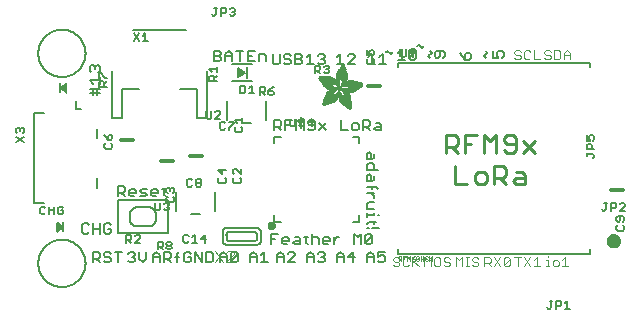
<source format=gbr>
G04 EAGLE Gerber RS-274X export*
G75*
%MOMM*%
%FSLAX34Y34*%
%LPD*%
%INSilkscreen Top*%
%IPPOS*%
%AMOC8*
5,1,8,0,0,1.08239X$1,22.5*%
G01*
%ADD10C,0.127000*%
%ADD11C,0.101600*%
%ADD12C,0.254000*%
%ADD13C,0.304800*%
%ADD14C,0.152400*%
%ADD15R,0.190500X0.889000*%
%ADD16C,0.203200*%
%ADD17R,0.200000X1.000000*%
%ADD18R,0.050800X0.006300*%
%ADD19R,0.082600X0.006400*%
%ADD20R,0.120600X0.006300*%
%ADD21R,0.139700X0.006400*%
%ADD22R,0.158800X0.006300*%
%ADD23R,0.177800X0.006400*%
%ADD24R,0.196800X0.006300*%
%ADD25R,0.215900X0.006400*%
%ADD26R,0.228600X0.006300*%
%ADD27R,0.241300X0.006400*%
%ADD28R,0.254000X0.006300*%
%ADD29R,0.266700X0.006400*%
%ADD30R,0.279400X0.006300*%
%ADD31R,0.285700X0.006400*%
%ADD32R,0.298400X0.006300*%
%ADD33R,0.311200X0.006400*%
%ADD34R,0.317500X0.006300*%
%ADD35R,0.330200X0.006400*%
%ADD36R,0.336600X0.006300*%
%ADD37R,0.349200X0.006400*%
%ADD38R,0.361900X0.006300*%
%ADD39R,0.368300X0.006400*%
%ADD40R,0.381000X0.006300*%
%ADD41R,0.387300X0.006400*%
%ADD42R,0.393700X0.006300*%
%ADD43R,0.406400X0.006400*%
%ADD44R,0.412700X0.006300*%
%ADD45R,0.419100X0.006400*%
%ADD46R,0.431800X0.006300*%
%ADD47R,0.438100X0.006400*%
%ADD48R,0.450800X0.006300*%
%ADD49R,0.457200X0.006400*%
%ADD50R,0.463500X0.006300*%
%ADD51R,0.476200X0.006400*%
%ADD52R,0.482600X0.006300*%
%ADD53R,0.488900X0.006400*%
%ADD54R,0.501600X0.006300*%
%ADD55R,0.508000X0.006400*%
%ADD56R,0.514300X0.006300*%
%ADD57R,0.527000X0.006400*%
%ADD58R,0.533400X0.006300*%
%ADD59R,0.546100X0.006400*%
%ADD60R,0.552400X0.006300*%
%ADD61R,0.558800X0.006400*%
%ADD62R,0.571500X0.006300*%
%ADD63R,0.577800X0.006400*%
%ADD64R,0.584200X0.006300*%
%ADD65R,0.596900X0.006400*%
%ADD66R,0.603200X0.006300*%
%ADD67R,0.609600X0.006400*%
%ADD68R,0.622300X0.006300*%
%ADD69R,0.628600X0.006400*%
%ADD70R,0.641300X0.006300*%
%ADD71R,0.647700X0.006400*%
%ADD72R,0.063500X0.006300*%
%ADD73R,0.654000X0.006300*%
%ADD74R,0.101600X0.006400*%
%ADD75R,0.666700X0.006400*%
%ADD76R,0.139700X0.006300*%
%ADD77R,0.673100X0.006300*%
%ADD78R,0.165100X0.006400*%
%ADD79R,0.679400X0.006400*%
%ADD80R,0.196900X0.006300*%
%ADD81R,0.692100X0.006300*%
%ADD82R,0.222200X0.006400*%
%ADD83R,0.698500X0.006400*%
%ADD84R,0.247700X0.006300*%
%ADD85R,0.704800X0.006300*%
%ADD86R,0.279400X0.006400*%
%ADD87R,0.717500X0.006400*%
%ADD88R,0.298500X0.006300*%
%ADD89R,0.723900X0.006300*%
%ADD90R,0.736600X0.006400*%
%ADD91R,0.342900X0.006300*%
%ADD92R,0.742900X0.006300*%
%ADD93R,0.374700X0.006400*%
%ADD94R,0.749300X0.006400*%
%ADD95R,0.762000X0.006300*%
%ADD96R,0.412700X0.006400*%
%ADD97R,0.768300X0.006400*%
%ADD98R,0.438100X0.006300*%
%ADD99R,0.774700X0.006300*%
%ADD100R,0.463600X0.006400*%
%ADD101R,0.787400X0.006400*%
%ADD102R,0.793700X0.006300*%
%ADD103R,0.495300X0.006400*%
%ADD104R,0.800100X0.006400*%
%ADD105R,0.520700X0.006300*%
%ADD106R,0.812800X0.006300*%
%ADD107R,0.533400X0.006400*%
%ADD108R,0.819100X0.006400*%
%ADD109R,0.558800X0.006300*%
%ADD110R,0.825500X0.006300*%
%ADD111R,0.577900X0.006400*%
%ADD112R,0.831800X0.006400*%
%ADD113R,0.596900X0.006300*%
%ADD114R,0.844500X0.006300*%
%ADD115R,0.616000X0.006400*%
%ADD116R,0.850900X0.006400*%
%ADD117R,0.635000X0.006300*%
%ADD118R,0.857200X0.006300*%
%ADD119R,0.654100X0.006400*%
%ADD120R,0.863600X0.006400*%
%ADD121R,0.666700X0.006300*%
%ADD122R,0.869900X0.006300*%
%ADD123R,0.685800X0.006400*%
%ADD124R,0.876300X0.006400*%
%ADD125R,0.882600X0.006300*%
%ADD126R,0.723900X0.006400*%
%ADD127R,0.889000X0.006400*%
%ADD128R,0.895300X0.006300*%
%ADD129R,0.755700X0.006400*%
%ADD130R,0.901700X0.006400*%
%ADD131R,0.908000X0.006300*%
%ADD132R,0.793800X0.006400*%
%ADD133R,0.914400X0.006400*%
%ADD134R,0.806400X0.006300*%
%ADD135R,0.920700X0.006300*%
%ADD136R,0.825500X0.006400*%
%ADD137R,0.927100X0.006400*%
%ADD138R,0.933400X0.006300*%
%ADD139R,0.857300X0.006400*%
%ADD140R,0.939800X0.006400*%
%ADD141R,0.870000X0.006300*%
%ADD142R,0.939800X0.006300*%
%ADD143R,0.946100X0.006400*%
%ADD144R,0.952500X0.006300*%
%ADD145R,0.908000X0.006400*%
%ADD146R,0.958800X0.006400*%
%ADD147R,0.965200X0.006300*%
%ADD148R,0.965200X0.006400*%
%ADD149R,0.971500X0.006300*%
%ADD150R,0.952500X0.006400*%
%ADD151R,0.977900X0.006400*%
%ADD152R,0.958800X0.006300*%
%ADD153R,0.984200X0.006300*%
%ADD154R,0.971500X0.006400*%
%ADD155R,0.984200X0.006400*%
%ADD156R,0.990600X0.006300*%
%ADD157R,0.984300X0.006400*%
%ADD158R,0.996900X0.006400*%
%ADD159R,0.997000X0.006300*%
%ADD160R,0.996900X0.006300*%
%ADD161R,1.003300X0.006400*%
%ADD162R,1.016000X0.006300*%
%ADD163R,1.009600X0.006300*%
%ADD164R,1.016000X0.006400*%
%ADD165R,1.009600X0.006400*%
%ADD166R,1.022300X0.006300*%
%ADD167R,1.028700X0.006400*%
%ADD168R,1.035100X0.006300*%
%ADD169R,1.047800X0.006400*%
%ADD170R,1.054100X0.006300*%
%ADD171R,1.028700X0.006300*%
%ADD172R,1.054100X0.006400*%
%ADD173R,1.035000X0.006400*%
%ADD174R,1.060400X0.006300*%
%ADD175R,1.035000X0.006300*%
%ADD176R,1.060500X0.006400*%
%ADD177R,1.041400X0.006400*%
%ADD178R,1.066800X0.006300*%
%ADD179R,1.041400X0.006300*%
%ADD180R,1.079500X0.006400*%
%ADD181R,1.047700X0.006400*%
%ADD182R,1.085900X0.006300*%
%ADD183R,1.047700X0.006300*%
%ADD184R,1.085800X0.006400*%
%ADD185R,1.092200X0.006300*%
%ADD186R,1.085900X0.006400*%
%ADD187R,1.098600X0.006300*%
%ADD188R,1.098600X0.006400*%
%ADD189R,1.060400X0.006400*%
%ADD190R,1.104900X0.006300*%
%ADD191R,1.104900X0.006400*%
%ADD192R,1.066800X0.006400*%
%ADD193R,1.111200X0.006300*%
%ADD194R,1.117600X0.006400*%
%ADD195R,1.117600X0.006300*%
%ADD196R,1.073100X0.006300*%
%ADD197R,1.073100X0.006400*%
%ADD198R,1.124000X0.006300*%
%ADD199R,1.079500X0.006300*%
%ADD200R,1.123900X0.006400*%
%ADD201R,1.130300X0.006300*%
%ADD202R,1.130300X0.006400*%
%ADD203R,1.136700X0.006400*%
%ADD204R,1.136700X0.006300*%
%ADD205R,1.085800X0.006300*%
%ADD206R,1.136600X0.006400*%
%ADD207R,1.136600X0.006300*%
%ADD208R,1.143000X0.006400*%
%ADD209R,1.143000X0.006300*%
%ADD210R,1.149400X0.006300*%
%ADD211R,1.149300X0.006300*%
%ADD212R,1.149300X0.006400*%
%ADD213R,1.149400X0.006400*%
%ADD214R,1.155700X0.006400*%
%ADD215R,1.155700X0.006300*%
%ADD216R,1.060500X0.006300*%
%ADD217R,2.197100X0.006400*%
%ADD218R,2.197100X0.006300*%
%ADD219R,2.184400X0.006300*%
%ADD220R,2.184400X0.006400*%
%ADD221R,2.171700X0.006400*%
%ADD222R,2.171700X0.006300*%
%ADD223R,1.530300X0.006400*%
%ADD224R,1.505000X0.006300*%
%ADD225R,1.492300X0.006400*%
%ADD226R,1.485900X0.006300*%
%ADD227R,0.565200X0.006300*%
%ADD228R,1.473200X0.006400*%
%ADD229R,0.565200X0.006400*%
%ADD230R,1.460500X0.006300*%
%ADD231R,1.454100X0.006400*%
%ADD232R,0.552400X0.006400*%
%ADD233R,1.441500X0.006300*%
%ADD234R,0.546100X0.006300*%
%ADD235R,1.435100X0.006400*%
%ADD236R,0.539800X0.006400*%
%ADD237R,1.428800X0.006300*%
%ADD238R,1.422400X0.006400*%
%ADD239R,1.409700X0.006300*%
%ADD240R,0.527100X0.006300*%
%ADD241R,1.403300X0.006400*%
%ADD242R,0.527100X0.006400*%
%ADD243R,1.390700X0.006300*%
%ADD244R,1.384300X0.006400*%
%ADD245R,0.520700X0.006400*%
%ADD246R,1.384300X0.006300*%
%ADD247R,0.514400X0.006300*%
%ADD248R,1.371600X0.006400*%
%ADD249R,1.365200X0.006300*%
%ADD250R,0.508000X0.006300*%
%ADD251R,1.352600X0.006400*%
%ADD252R,0.501700X0.006400*%
%ADD253R,0.711200X0.006300*%
%ADD254R,0.603300X0.006300*%
%ADD255R,0.501700X0.006300*%
%ADD256R,0.692100X0.006400*%
%ADD257R,0.571500X0.006400*%
%ADD258R,0.679400X0.006300*%
%ADD259R,0.495300X0.006300*%
%ADD260R,0.673100X0.006400*%
%ADD261R,0.666800X0.006300*%
%ADD262R,0.488900X0.006300*%
%ADD263R,0.660400X0.006400*%
%ADD264R,0.482600X0.006400*%
%ADD265R,0.476200X0.006300*%
%ADD266R,0.654000X0.006400*%
%ADD267R,0.469900X0.006400*%
%ADD268R,0.476300X0.006400*%
%ADD269R,0.647700X0.006300*%
%ADD270R,0.457200X0.006300*%
%ADD271R,0.469900X0.006300*%
%ADD272R,0.641300X0.006400*%
%ADD273R,0.444500X0.006400*%
%ADD274R,0.463600X0.006300*%
%ADD275R,0.635000X0.006400*%
%ADD276R,0.463500X0.006400*%
%ADD277R,0.393700X0.006400*%
%ADD278R,0.450800X0.006400*%
%ADD279R,0.628600X0.006300*%
%ADD280R,0.387400X0.006300*%
%ADD281R,0.450900X0.006300*%
%ADD282R,0.628700X0.006400*%
%ADD283R,0.374600X0.006400*%
%ADD284R,0.368300X0.006300*%
%ADD285R,0.438200X0.006300*%
%ADD286R,0.622300X0.006400*%
%ADD287R,0.355600X0.006400*%
%ADD288R,0.431800X0.006400*%
%ADD289R,0.349300X0.006300*%
%ADD290R,0.425400X0.006300*%
%ADD291R,0.615900X0.006300*%
%ADD292R,0.330200X0.006300*%
%ADD293R,0.419100X0.006300*%
%ADD294R,0.616000X0.006300*%
%ADD295R,0.311200X0.006300*%
%ADD296R,0.406400X0.006300*%
%ADD297R,0.615900X0.006400*%
%ADD298R,0.304800X0.006400*%
%ADD299R,0.158800X0.006400*%
%ADD300R,0.609600X0.006300*%
%ADD301R,0.292100X0.006300*%
%ADD302R,0.235000X0.006300*%
%ADD303R,0.387400X0.006400*%
%ADD304R,0.292100X0.006400*%
%ADD305R,0.336500X0.006300*%
%ADD306R,0.260400X0.006300*%
%ADD307R,0.603300X0.006400*%
%ADD308R,0.260400X0.006400*%
%ADD309R,0.362000X0.006400*%
%ADD310R,0.450900X0.006400*%
%ADD311R,0.355600X0.006300*%
%ADD312R,0.342900X0.006400*%
%ADD313R,0.514300X0.006400*%
%ADD314R,0.234900X0.006300*%
%ADD315R,0.539700X0.006300*%
%ADD316R,0.603200X0.006400*%
%ADD317R,0.234900X0.006400*%
%ADD318R,0.920700X0.006400*%
%ADD319R,0.958900X0.006400*%
%ADD320R,0.215900X0.006300*%
%ADD321R,0.209600X0.006400*%
%ADD322R,0.203200X0.006300*%
%ADD323R,1.003300X0.006300*%
%ADD324R,0.203200X0.006400*%
%ADD325R,0.196900X0.006400*%
%ADD326R,0.190500X0.006300*%
%ADD327R,0.190500X0.006400*%
%ADD328R,0.184200X0.006300*%
%ADD329R,0.590500X0.006400*%
%ADD330R,0.184200X0.006400*%
%ADD331R,0.590500X0.006300*%
%ADD332R,0.177800X0.006300*%
%ADD333R,0.584200X0.006400*%
%ADD334R,1.168400X0.006400*%
%ADD335R,0.171500X0.006300*%
%ADD336R,1.187500X0.006300*%
%ADD337R,1.200100X0.006400*%
%ADD338R,0.577800X0.006300*%
%ADD339R,1.212900X0.006300*%
%ADD340R,1.231900X0.006400*%
%ADD341R,1.250900X0.006300*%
%ADD342R,0.565100X0.006400*%
%ADD343R,0.184100X0.006400*%
%ADD344R,1.263700X0.006400*%
%ADD345R,0.565100X0.006300*%
%ADD346R,1.289100X0.006300*%
%ADD347R,1.314400X0.006400*%
%ADD348R,0.552500X0.006300*%
%ADD349R,1.568500X0.006300*%
%ADD350R,0.552500X0.006400*%
%ADD351R,1.581200X0.006400*%
%ADD352R,1.593800X0.006300*%
%ADD353R,1.606500X0.006400*%
%ADD354R,1.619300X0.006300*%
%ADD355R,0.514400X0.006400*%
%ADD356R,1.638300X0.006400*%
%ADD357R,1.657300X0.006300*%
%ADD358R,2.209800X0.006400*%
%ADD359R,2.425700X0.006300*%
%ADD360R,2.470100X0.006400*%
%ADD361R,2.501900X0.006300*%
%ADD362R,2.533700X0.006400*%
%ADD363R,2.559000X0.006300*%
%ADD364R,2.584500X0.006400*%
%ADD365R,2.609900X0.006300*%
%ADD366R,2.628900X0.006400*%
%ADD367R,2.660600X0.006300*%
%ADD368R,2.673400X0.006400*%
%ADD369R,1.422400X0.006300*%
%ADD370R,1.200200X0.006300*%
%ADD371R,1.365300X0.006300*%
%ADD372R,1.365300X0.006400*%
%ADD373R,1.352500X0.006300*%
%ADD374R,1.098500X0.006300*%
%ADD375R,1.358900X0.006400*%
%ADD376R,1.352600X0.006300*%
%ADD377R,1.358900X0.006300*%
%ADD378R,1.371600X0.006300*%
%ADD379R,1.377900X0.006400*%
%ADD380R,1.397000X0.006400*%
%ADD381R,1.403300X0.006300*%
%ADD382R,0.914400X0.006300*%
%ADD383R,0.876300X0.006300*%
%ADD384R,0.374600X0.006300*%
%ADD385R,1.073200X0.006400*%
%ADD386R,0.374700X0.006300*%
%ADD387R,0.844600X0.006400*%
%ADD388R,0.844600X0.006300*%
%ADD389R,0.831900X0.006400*%
%ADD390R,1.092200X0.006400*%
%ADD391R,0.400000X0.006300*%
%ADD392R,0.819200X0.006400*%
%ADD393R,1.111300X0.006400*%
%ADD394R,0.812800X0.006400*%
%ADD395R,0.800100X0.006300*%
%ADD396R,0.476300X0.006300*%
%ADD397R,1.181100X0.006300*%
%ADD398R,0.501600X0.006400*%
%ADD399R,1.193800X0.006400*%
%ADD400R,0.781000X0.006400*%
%ADD401R,1.238200X0.006400*%
%ADD402R,0.781100X0.006300*%
%ADD403R,1.257300X0.006300*%
%ADD404R,1.295400X0.006400*%
%ADD405R,1.333500X0.006300*%
%ADD406R,0.774700X0.006400*%
%ADD407R,1.866900X0.006400*%
%ADD408R,0.209600X0.006300*%
%ADD409R,1.866900X0.006300*%
%ADD410R,0.768400X0.006400*%
%ADD411R,0.209500X0.006400*%
%ADD412R,1.860600X0.006400*%
%ADD413R,0.762000X0.006400*%
%ADD414R,0.768400X0.006300*%
%ADD415R,1.860600X0.006300*%
%ADD416R,1.860500X0.006400*%
%ADD417R,0.222300X0.006300*%
%ADD418R,1.854200X0.006300*%
%ADD419R,0.235000X0.006400*%
%ADD420R,1.854200X0.006400*%
%ADD421R,0.768300X0.006300*%
%ADD422R,0.260300X0.006400*%
%ADD423R,1.847800X0.006400*%
%ADD424R,0.266700X0.006300*%
%ADD425R,1.847800X0.006300*%
%ADD426R,0.273100X0.006400*%
%ADD427R,1.841500X0.006400*%
%ADD428R,0.285800X0.006300*%
%ADD429R,1.841500X0.006300*%
%ADD430R,0.298500X0.006400*%
%ADD431R,1.835100X0.006400*%
%ADD432R,0.781000X0.006300*%
%ADD433R,0.304800X0.006300*%
%ADD434R,1.835100X0.006300*%
%ADD435R,0.317500X0.006400*%
%ADD436R,1.828800X0.006400*%
%ADD437R,0.787400X0.006300*%
%ADD438R,0.323800X0.006300*%
%ADD439R,1.828800X0.006300*%
%ADD440R,0.793700X0.006400*%
%ADD441R,1.822400X0.006400*%
%ADD442R,0.806500X0.006300*%
%ADD443R,1.822400X0.006300*%
%ADD444R,1.816100X0.006400*%
%ADD445R,0.819100X0.006300*%
%ADD446R,0.387300X0.006300*%
%ADD447R,1.816100X0.006300*%
%ADD448R,1.809800X0.006400*%
%ADD449R,1.803400X0.006300*%
%ADD450R,1.797000X0.006400*%
%ADD451R,0.901700X0.006300*%
%ADD452R,1.797000X0.006300*%
%ADD453R,1.441400X0.006400*%
%ADD454R,1.790700X0.006400*%
%ADD455R,1.447800X0.006300*%
%ADD456R,1.784300X0.006300*%
%ADD457R,1.447800X0.006400*%
%ADD458R,1.784300X0.006400*%
%ADD459R,1.454100X0.006300*%
%ADD460R,1.771700X0.006300*%
%ADD461R,1.460500X0.006400*%
%ADD462R,1.759000X0.006400*%
%ADD463R,1.466800X0.006300*%
%ADD464R,1.752600X0.006300*%
%ADD465R,1.466800X0.006400*%
%ADD466R,1.739900X0.006400*%
%ADD467R,1.473200X0.006300*%
%ADD468R,1.727200X0.006300*%
%ADD469R,1.479500X0.006400*%
%ADD470R,1.714500X0.006400*%
%ADD471R,1.695400X0.006300*%
%ADD472R,1.485900X0.006400*%
%ADD473R,1.682700X0.006400*%
%ADD474R,1.492200X0.006300*%
%ADD475R,1.663700X0.006300*%
%ADD476R,1.498600X0.006400*%
%ADD477R,1.644600X0.006400*%
%ADD478R,1.498600X0.006300*%
%ADD479R,1.619200X0.006300*%
%ADD480R,1.511300X0.006400*%
%ADD481R,1.600200X0.006400*%
%ADD482R,1.517700X0.006300*%
%ADD483R,1.574800X0.006300*%
%ADD484R,1.524000X0.006400*%
%ADD485R,1.555800X0.006400*%
%ADD486R,1.524000X0.006300*%
%ADD487R,1.536700X0.006300*%
%ADD488R,1.530400X0.006400*%
%ADD489R,1.517700X0.006400*%
%ADD490R,1.492300X0.006300*%
%ADD491R,1.549400X0.006400*%
%ADD492R,1.479600X0.006400*%
%ADD493R,1.549400X0.006300*%
%ADD494R,1.555700X0.006400*%
%ADD495R,1.562100X0.006300*%
%ADD496R,0.323900X0.006300*%
%ADD497R,1.568400X0.006400*%
%ADD498R,0.336600X0.006400*%
%ADD499R,1.587500X0.006300*%
%ADD500R,0.971600X0.006300*%
%ADD501R,0.349300X0.006400*%
%ADD502R,1.600200X0.006300*%
%ADD503R,0.920800X0.006300*%
%ADD504R,0.882700X0.006400*%
%ADD505R,1.612900X0.006300*%
%ADD506R,0.362000X0.006300*%
%ADD507R,1.625600X0.006400*%
%ADD508R,1.625600X0.006300*%
%ADD509R,1.644600X0.006300*%
%ADD510R,0.736600X0.006300*%
%ADD511R,0.717600X0.006400*%
%ADD512R,1.657400X0.006300*%
%ADD513R,0.679500X0.006300*%
%ADD514R,1.663700X0.006400*%
%ADD515R,0.400000X0.006400*%
%ADD516R,1.676400X0.006300*%
%ADD517R,1.676400X0.006400*%
%ADD518R,0.425500X0.006400*%
%ADD519R,1.352500X0.006400*%
%ADD520R,0.444500X0.006300*%
%ADD521R,0.361900X0.006400*%
%ADD522R,0.088900X0.006300*%
%ADD523R,1.009700X0.006300*%
%ADD524R,1.009700X0.006400*%
%ADD525R,1.022300X0.006400*%
%ADD526R,1.346200X0.006400*%
%ADD527R,1.346200X0.006300*%
%ADD528R,1.339900X0.006400*%
%ADD529R,1.035100X0.006400*%
%ADD530R,1.339800X0.006300*%
%ADD531R,1.333500X0.006400*%
%ADD532R,1.327200X0.006400*%
%ADD533R,1.320800X0.006300*%
%ADD534R,1.314500X0.006400*%
%ADD535R,1.314400X0.006300*%
%ADD536R,1.301700X0.006400*%
%ADD537R,1.295400X0.006300*%
%ADD538R,1.289000X0.006400*%
%ADD539R,1.276300X0.006300*%
%ADD540R,1.251000X0.006300*%
%ADD541R,1.244600X0.006400*%
%ADD542R,1.231900X0.006300*%
%ADD543R,1.212800X0.006400*%
%ADD544R,1.200100X0.006300*%
%ADD545R,1.187400X0.006400*%
%ADD546R,1.168400X0.006300*%
%ADD547R,1.047800X0.006300*%
%ADD548R,0.977900X0.006300*%
%ADD549R,0.946200X0.006400*%
%ADD550R,0.933400X0.006400*%
%ADD551R,0.895300X0.006400*%
%ADD552R,0.882700X0.006300*%
%ADD553R,0.863600X0.006300*%
%ADD554R,0.857200X0.006400*%
%ADD555R,0.850900X0.006300*%
%ADD556R,0.838200X0.006300*%
%ADD557R,0.806500X0.006400*%
%ADD558R,0.717600X0.006300*%
%ADD559R,0.711200X0.006400*%
%ADD560R,0.641400X0.006400*%
%ADD561R,0.641400X0.006300*%
%ADD562R,0.628700X0.006300*%
%ADD563R,0.590600X0.006300*%
%ADD564R,0.539700X0.006400*%
%ADD565R,0.285700X0.006300*%
%ADD566R,0.222200X0.006300*%
%ADD567R,0.171400X0.006300*%
%ADD568R,0.152400X0.006400*%
%ADD569R,0.133400X0.006300*%
%ADD570C,0.406400*%
%ADD571C,0.076200*%
%ADD572C,0.609600*%
%ADD573C,0.050800*%

G36*
X21647Y51314D02*
X21647Y51314D01*
X21665Y51312D01*
X21767Y51340D01*
X21870Y51362D01*
X21885Y51371D01*
X21902Y51376D01*
X22047Y51461D01*
X27127Y55271D01*
X27130Y55274D01*
X27134Y55276D01*
X27215Y55363D01*
X27297Y55448D01*
X27299Y55452D01*
X27302Y55455D01*
X27352Y55564D01*
X27402Y55671D01*
X27402Y55675D01*
X27404Y55679D01*
X27417Y55797D01*
X27430Y55915D01*
X27430Y55919D01*
X27430Y55924D01*
X27404Y56040D01*
X27380Y56156D01*
X27377Y56160D01*
X27376Y56164D01*
X27315Y56266D01*
X27255Y56368D01*
X27251Y56371D01*
X27249Y56374D01*
X27127Y56489D01*
X22047Y60299D01*
X22031Y60307D01*
X22018Y60320D01*
X22003Y60327D01*
X21995Y60333D01*
X21945Y60353D01*
X21922Y60364D01*
X21829Y60413D01*
X21811Y60416D01*
X21795Y60423D01*
X21690Y60435D01*
X21586Y60451D01*
X21568Y60448D01*
X21551Y60450D01*
X21448Y60428D01*
X21343Y60410D01*
X21328Y60402D01*
X21310Y60398D01*
X21220Y60344D01*
X21127Y60294D01*
X21114Y60281D01*
X21099Y60272D01*
X21030Y60192D01*
X20958Y60115D01*
X20951Y60098D01*
X20939Y60085D01*
X20900Y59987D01*
X20856Y59891D01*
X20854Y59873D01*
X20847Y59857D01*
X20829Y59690D01*
X20829Y52070D01*
X20832Y52052D01*
X20830Y52035D01*
X20851Y51931D01*
X20869Y51827D01*
X20877Y51812D01*
X20881Y51794D01*
X20934Y51703D01*
X20984Y51610D01*
X20996Y51598D01*
X21006Y51582D01*
X21085Y51513D01*
X21162Y51441D01*
X21178Y51433D01*
X21192Y51421D01*
X21289Y51381D01*
X21385Y51337D01*
X21403Y51335D01*
X21419Y51328D01*
X21525Y51321D01*
X21629Y51310D01*
X21647Y51314D01*
G37*
G36*
X29012Y169022D02*
X29012Y169022D01*
X29029Y169020D01*
X29132Y169042D01*
X29237Y169060D01*
X29252Y169068D01*
X29270Y169072D01*
X29360Y169126D01*
X29454Y169176D01*
X29466Y169189D01*
X29481Y169198D01*
X29550Y169278D01*
X29622Y169355D01*
X29629Y169372D01*
X29641Y169385D01*
X29680Y169483D01*
X29724Y169579D01*
X29726Y169597D01*
X29733Y169613D01*
X29751Y169780D01*
X29751Y177400D01*
X29749Y177417D01*
X29750Y177432D01*
X29750Y177435D01*
X29729Y177539D01*
X29712Y177643D01*
X29703Y177658D01*
X29700Y177676D01*
X29646Y177767D01*
X29596Y177860D01*
X29584Y177872D01*
X29575Y177888D01*
X29495Y177957D01*
X29418Y178030D01*
X29402Y178037D01*
X29388Y178049D01*
X29291Y178089D01*
X29195Y178133D01*
X29177Y178135D01*
X29161Y178142D01*
X29055Y178149D01*
X28951Y178160D01*
X28933Y178156D01*
X28915Y178158D01*
X28813Y178130D01*
X28740Y178114D01*
X28737Y178114D01*
X28710Y178108D01*
X28695Y178099D01*
X28678Y178094D01*
X28533Y178009D01*
X23453Y174199D01*
X23450Y174196D01*
X23447Y174194D01*
X23365Y174107D01*
X23283Y174022D01*
X23281Y174018D01*
X23278Y174015D01*
X23228Y173906D01*
X23178Y173799D01*
X23178Y173795D01*
X23176Y173791D01*
X23163Y173673D01*
X23150Y173555D01*
X23150Y173551D01*
X23150Y173546D01*
X23176Y173430D01*
X23201Y173314D01*
X23203Y173310D01*
X23204Y173306D01*
X23265Y173204D01*
X23326Y173102D01*
X23329Y173099D01*
X23331Y173096D01*
X23453Y172981D01*
X28533Y169171D01*
X28549Y169163D01*
X28562Y169151D01*
X28658Y169106D01*
X28751Y169057D01*
X28769Y169054D01*
X28785Y169047D01*
X28890Y169035D01*
X28994Y169019D01*
X29012Y169022D01*
G37*
G36*
X175845Y183683D02*
X175845Y183683D01*
X175916Y183681D01*
X175986Y183700D01*
X176057Y183708D01*
X176112Y183733D01*
X176191Y183753D01*
X176294Y183814D01*
X176363Y183845D01*
X179363Y185845D01*
X179450Y185922D01*
X179540Y185995D01*
X179555Y186017D01*
X179575Y186035D01*
X179637Y186132D01*
X179704Y186227D01*
X179712Y186253D01*
X179727Y186275D01*
X179759Y186386D01*
X179797Y186496D01*
X179798Y186523D01*
X179805Y186548D01*
X179805Y186664D01*
X179811Y186780D01*
X179805Y186806D01*
X179805Y186833D01*
X179773Y186944D01*
X179747Y187057D01*
X179734Y187080D01*
X179726Y187106D01*
X179664Y187204D01*
X179608Y187305D01*
X179590Y187321D01*
X179575Y187346D01*
X179367Y187531D01*
X179363Y187535D01*
X176363Y189535D01*
X176299Y189566D01*
X176239Y189606D01*
X176171Y189627D01*
X176107Y189658D01*
X176036Y189670D01*
X175968Y189691D01*
X175897Y189693D01*
X175827Y189705D01*
X175755Y189697D01*
X175684Y189699D01*
X175615Y189681D01*
X175544Y189672D01*
X175478Y189645D01*
X175409Y189627D01*
X175348Y189590D01*
X175282Y189563D01*
X175226Y189518D01*
X175164Y189482D01*
X175115Y189430D01*
X175060Y189385D01*
X175019Y189327D01*
X174970Y189274D01*
X174937Y189211D01*
X174896Y189153D01*
X174873Y189085D01*
X174840Y189021D01*
X174830Y188962D01*
X174803Y188884D01*
X174797Y188765D01*
X174785Y188690D01*
X174785Y184690D01*
X174795Y184619D01*
X174795Y184547D01*
X174815Y184479D01*
X174825Y184409D01*
X174854Y184343D01*
X174874Y184274D01*
X174912Y184214D01*
X174941Y184149D01*
X174987Y184094D01*
X175025Y184034D01*
X175079Y183986D01*
X175125Y183932D01*
X175184Y183892D01*
X175238Y183845D01*
X175302Y183814D01*
X175361Y183775D01*
X175430Y183753D01*
X175494Y183722D01*
X175564Y183710D01*
X175632Y183689D01*
X175704Y183687D01*
X175775Y183675D01*
X175845Y183683D01*
G37*
D10*
X203772Y202573D02*
X203772Y195158D01*
X205255Y193675D01*
X208221Y193675D01*
X209704Y195158D01*
X209704Y202573D01*
X217576Y202573D02*
X219059Y201090D01*
X217576Y202573D02*
X214610Y202573D01*
X213127Y201090D01*
X213127Y199607D01*
X214610Y198124D01*
X217576Y198124D01*
X219059Y196641D01*
X219059Y195158D01*
X217576Y193675D01*
X214610Y193675D01*
X213127Y195158D01*
X222483Y193675D02*
X222483Y202573D01*
X226931Y202573D01*
X228414Y201090D01*
X228414Y199607D01*
X226931Y198124D01*
X228414Y196641D01*
X228414Y195158D01*
X226931Y193675D01*
X222483Y193675D01*
X222483Y198124D02*
X226931Y198124D01*
X51372Y34933D02*
X51372Y26035D01*
X51372Y34933D02*
X55821Y34933D01*
X57304Y33450D01*
X57304Y30484D01*
X55821Y29001D01*
X51372Y29001D01*
X54338Y29001D02*
X57304Y26035D01*
X65176Y34933D02*
X66659Y33450D01*
X65176Y34933D02*
X62210Y34933D01*
X60727Y33450D01*
X60727Y31967D01*
X62210Y30484D01*
X65176Y30484D01*
X66659Y29001D01*
X66659Y27518D01*
X65176Y26035D01*
X62210Y26035D01*
X60727Y27518D01*
X73048Y26035D02*
X73048Y34933D01*
X70083Y34933D02*
X76014Y34933D01*
X102461Y31967D02*
X102461Y26035D01*
X102461Y31967D02*
X105427Y34933D01*
X108393Y31967D01*
X108393Y26035D01*
X108393Y30484D02*
X102461Y30484D01*
X111817Y26035D02*
X111817Y34933D01*
X116265Y34933D01*
X117748Y33450D01*
X117748Y30484D01*
X116265Y29001D01*
X111817Y29001D01*
X114782Y29001D02*
X117748Y26035D01*
X122655Y26035D02*
X122655Y33450D01*
X124138Y34933D01*
X124138Y30484D02*
X121172Y30484D01*
X82933Y34933D02*
X81450Y33450D01*
X82933Y34933D02*
X85899Y34933D01*
X87382Y33450D01*
X87382Y31967D01*
X85899Y30484D01*
X84416Y30484D01*
X85899Y30484D02*
X87382Y29001D01*
X87382Y27518D01*
X85899Y26035D01*
X82933Y26035D01*
X81450Y27518D01*
X90805Y29001D02*
X90805Y34933D01*
X90805Y29001D02*
X93771Y26035D01*
X96737Y29001D01*
X96737Y34933D01*
X283380Y31967D02*
X283380Y26035D01*
X283380Y31967D02*
X286346Y34933D01*
X289312Y31967D01*
X289312Y26035D01*
X289312Y30484D02*
X283380Y30484D01*
X292735Y34933D02*
X298667Y34933D01*
X292735Y34933D02*
X292735Y30484D01*
X295701Y31967D01*
X297184Y31967D01*
X298667Y30484D01*
X298667Y27518D01*
X297184Y26035D01*
X294218Y26035D01*
X292735Y27518D01*
X257980Y26035D02*
X257980Y31967D01*
X260946Y34933D01*
X263912Y31967D01*
X263912Y26035D01*
X263912Y30484D02*
X257980Y30484D01*
X271784Y26035D02*
X271784Y34933D01*
X267335Y30484D01*
X273267Y30484D01*
X232580Y31967D02*
X232580Y26035D01*
X232580Y31967D02*
X235546Y34933D01*
X238512Y31967D01*
X238512Y26035D01*
X238512Y30484D02*
X232580Y30484D01*
X241935Y33450D02*
X243418Y34933D01*
X246384Y34933D01*
X247867Y33450D01*
X247867Y31967D01*
X246384Y30484D01*
X244901Y30484D01*
X246384Y30484D02*
X247867Y29001D01*
X247867Y27518D01*
X246384Y26035D01*
X243418Y26035D01*
X241935Y27518D01*
X207180Y26035D02*
X207180Y31967D01*
X210146Y34933D01*
X213112Y31967D01*
X213112Y26035D01*
X213112Y30484D02*
X207180Y30484D01*
X216535Y26035D02*
X222467Y26035D01*
X216535Y26035D02*
X222467Y31967D01*
X222467Y33450D01*
X220984Y34933D01*
X218018Y34933D01*
X216535Y33450D01*
X184320Y31967D02*
X184320Y26035D01*
X184320Y31967D02*
X187286Y34933D01*
X190252Y31967D01*
X190252Y26035D01*
X190252Y30484D02*
X184320Y30484D01*
X193675Y31967D02*
X196641Y34933D01*
X196641Y26035D01*
X193675Y26035D02*
X199607Y26035D01*
X158920Y26035D02*
X158920Y31967D01*
X161886Y34933D01*
X164852Y31967D01*
X164852Y26035D01*
X164852Y30484D02*
X158920Y30484D01*
X168275Y27518D02*
X168275Y33450D01*
X169758Y34933D01*
X172724Y34933D01*
X174207Y33450D01*
X174207Y27518D01*
X172724Y26035D01*
X169758Y26035D01*
X168275Y27518D01*
X174207Y33450D01*
X232580Y199607D02*
X235546Y202573D01*
X235546Y193675D01*
X232580Y193675D02*
X238512Y193675D01*
X241935Y201090D02*
X243418Y202573D01*
X246384Y202573D01*
X247867Y201090D01*
X247867Y199607D01*
X246384Y198124D01*
X244901Y198124D01*
X246384Y198124D02*
X247867Y196641D01*
X247867Y195158D01*
X246384Y193675D01*
X243418Y193675D01*
X241935Y195158D01*
X390517Y199157D02*
X390517Y205089D01*
X390517Y199157D02*
X394966Y199157D01*
X393483Y202123D01*
X393483Y203606D01*
X394966Y205089D01*
X397932Y205089D01*
X399415Y203606D01*
X399415Y200640D01*
X397932Y199157D01*
X287616Y202573D02*
X284650Y199607D01*
X287616Y202573D02*
X287616Y193675D01*
X284650Y193675D02*
X290582Y193675D01*
X294005Y199607D02*
X296971Y202573D01*
X296971Y193675D01*
X294005Y193675D02*
X299937Y193675D01*
X310050Y203417D02*
X313016Y206383D01*
X313016Y197485D01*
X310050Y197485D02*
X315982Y197485D01*
X319405Y198968D02*
X319405Y204900D01*
X320888Y206383D01*
X323854Y206383D01*
X325337Y204900D01*
X325337Y198968D01*
X323854Y197485D01*
X320888Y197485D01*
X319405Y198968D01*
X325337Y204900D01*
X348402Y199157D02*
X349885Y200640D01*
X349885Y203606D01*
X348402Y205089D01*
X342470Y205089D01*
X340987Y203606D01*
X340987Y200640D01*
X342470Y199157D01*
X343953Y199157D01*
X345436Y200640D01*
X345436Y205089D01*
D11*
X309670Y30614D02*
X310983Y29300D01*
X309670Y30614D02*
X307043Y30614D01*
X305729Y29300D01*
X305729Y27987D01*
X307043Y26673D01*
X309670Y26673D01*
X310983Y25360D01*
X310983Y24046D01*
X309670Y22733D01*
X307043Y22733D01*
X305729Y24046D01*
X317855Y30614D02*
X319169Y29300D01*
X317855Y30614D02*
X315229Y30614D01*
X313915Y29300D01*
X313915Y24046D01*
X315229Y22733D01*
X317855Y22733D01*
X319169Y24046D01*
X322101Y22733D02*
X322101Y30614D01*
X322101Y25360D02*
X327355Y30614D01*
X323414Y26673D02*
X327355Y22733D01*
X332399Y22733D02*
X332399Y30614D01*
X335026Y27987D01*
X337653Y30614D01*
X337653Y22733D01*
X341899Y30614D02*
X344525Y30614D01*
X341899Y30614D02*
X340585Y29300D01*
X340585Y24046D01*
X341899Y22733D01*
X344525Y22733D01*
X345839Y24046D01*
X345839Y29300D01*
X344525Y30614D01*
X352711Y30614D02*
X354025Y29300D01*
X352711Y30614D02*
X350084Y30614D01*
X348771Y29300D01*
X348771Y27987D01*
X350084Y26673D01*
X352711Y26673D01*
X354025Y25360D01*
X354025Y24046D01*
X352711Y22733D01*
X350084Y22733D01*
X348771Y24046D01*
X359164Y22733D02*
X359164Y30614D01*
X361791Y27987D01*
X364417Y30614D01*
X364417Y22733D01*
X367349Y22733D02*
X369976Y22733D01*
X368663Y22733D02*
X368663Y30614D01*
X369976Y30614D02*
X367349Y30614D01*
X376747Y30614D02*
X378060Y29300D01*
X376747Y30614D02*
X374120Y30614D01*
X372807Y29300D01*
X372807Y27987D01*
X374120Y26673D01*
X376747Y26673D01*
X378060Y25360D01*
X378060Y24046D01*
X376747Y22733D01*
X374120Y22733D01*
X372807Y24046D01*
X413853Y204560D02*
X412540Y205874D01*
X409913Y205874D01*
X408599Y204560D01*
X408599Y203247D01*
X409913Y201933D01*
X412540Y201933D01*
X413853Y200620D01*
X413853Y199306D01*
X412540Y197993D01*
X409913Y197993D01*
X408599Y199306D01*
X420725Y205874D02*
X422039Y204560D01*
X420725Y205874D02*
X418099Y205874D01*
X416785Y204560D01*
X416785Y199306D01*
X418099Y197993D01*
X420725Y197993D01*
X422039Y199306D01*
X424971Y197993D02*
X424971Y205874D01*
X424971Y197993D02*
X430225Y197993D01*
X437940Y205874D02*
X439253Y204560D01*
X437940Y205874D02*
X435313Y205874D01*
X433999Y204560D01*
X433999Y203247D01*
X435313Y201933D01*
X437940Y201933D01*
X439253Y200620D01*
X439253Y199306D01*
X437940Y197993D01*
X435313Y197993D01*
X433999Y199306D01*
X442185Y197993D02*
X442185Y205874D01*
X442185Y197993D02*
X446125Y197993D01*
X447439Y199306D01*
X447439Y204560D01*
X446125Y205874D01*
X442185Y205874D01*
X450371Y203247D02*
X450371Y197993D01*
X450371Y203247D02*
X452998Y205874D01*
X455625Y203247D01*
X455625Y197993D01*
X455625Y201933D02*
X450371Y201933D01*
X383199Y30614D02*
X383199Y22733D01*
X383199Y30614D02*
X387140Y30614D01*
X388453Y29300D01*
X388453Y26673D01*
X387140Y25360D01*
X383199Y25360D01*
X385826Y25360D02*
X388453Y22733D01*
X396639Y22733D02*
X391385Y30614D01*
X396639Y30614D02*
X391385Y22733D01*
X399571Y24046D02*
X399571Y29300D01*
X400884Y30614D01*
X403511Y30614D01*
X404825Y29300D01*
X404825Y24046D01*
X403511Y22733D01*
X400884Y22733D01*
X399571Y24046D01*
X404825Y29300D01*
X411226Y30614D02*
X411226Y22733D01*
X408599Y30614D02*
X413853Y30614D01*
X416785Y30614D02*
X422039Y22733D01*
X416785Y22733D02*
X422039Y30614D01*
X424971Y27987D02*
X427598Y30614D01*
X427598Y22733D01*
X424971Y22733D02*
X430225Y22733D01*
D10*
X154242Y196215D02*
X154242Y205113D01*
X158691Y205113D01*
X160174Y203630D01*
X160174Y202147D01*
X158691Y200664D01*
X160174Y199181D01*
X160174Y197698D01*
X158691Y196215D01*
X154242Y196215D01*
X154242Y200664D02*
X158691Y200664D01*
X163597Y202147D02*
X163597Y196215D01*
X163597Y202147D02*
X166563Y205113D01*
X169529Y202147D01*
X169529Y196215D01*
X169529Y200664D02*
X163597Y200664D01*
X175918Y196215D02*
X175918Y205113D01*
X172953Y205113D02*
X178884Y205113D01*
X257980Y199607D02*
X260946Y202573D01*
X260946Y193675D01*
X257980Y193675D02*
X263912Y193675D01*
X267335Y193675D02*
X273267Y193675D01*
X267335Y193675D02*
X273267Y199607D01*
X273267Y201090D01*
X271784Y202573D01*
X268818Y202573D01*
X267335Y201090D01*
X362577Y203819D02*
X364060Y200853D01*
X367026Y197887D01*
X369992Y197887D01*
X371475Y199370D01*
X371475Y202336D01*
X369992Y203819D01*
X368509Y203819D01*
X367026Y202336D01*
X367026Y197887D01*
X134774Y33450D02*
X133291Y34933D01*
X130325Y34933D01*
X128842Y33450D01*
X128842Y27518D01*
X130325Y26035D01*
X133291Y26035D01*
X134774Y27518D01*
X134774Y30484D01*
X131808Y30484D01*
X138197Y26035D02*
X138197Y34933D01*
X144129Y26035D01*
X144129Y34933D01*
X147553Y34933D02*
X147553Y26035D01*
X152001Y26035D01*
X153484Y27518D01*
X153484Y33450D01*
X152001Y34933D01*
X147553Y34933D01*
X57785Y169695D02*
X48887Y169695D01*
X48887Y172661D02*
X57785Y172661D01*
X51853Y172661D02*
X51853Y168212D01*
X51853Y172661D02*
X51853Y174144D01*
X54819Y174144D02*
X54819Y168212D01*
X51853Y177567D02*
X48887Y180533D01*
X57785Y180533D01*
X57785Y177567D02*
X57785Y183499D01*
X50370Y186923D02*
X48887Y188406D01*
X48887Y191371D01*
X50370Y192854D01*
X51853Y192854D01*
X53336Y191371D01*
X53336Y189888D01*
X53336Y191371D02*
X54819Y192854D01*
X56302Y192854D01*
X57785Y191371D01*
X57785Y188406D01*
X56302Y186923D01*
X183050Y205113D02*
X188982Y205113D01*
X183050Y205113D02*
X183050Y196215D01*
X188982Y196215D01*
X186016Y200664D02*
X183050Y200664D01*
X192405Y202147D02*
X192405Y196215D01*
X192405Y202147D02*
X196854Y202147D01*
X198337Y200664D01*
X198337Y196215D01*
D11*
X435364Y27987D02*
X436677Y27987D01*
X436677Y22733D01*
X435364Y22733D02*
X437991Y22733D01*
X436677Y30614D02*
X436677Y31927D01*
X442134Y22733D02*
X444761Y22733D01*
X446075Y24046D01*
X446075Y26673D01*
X444761Y27987D01*
X442134Y27987D01*
X440821Y26673D01*
X440821Y24046D01*
X442134Y22733D01*
X449007Y27987D02*
X451634Y30614D01*
X451634Y22733D01*
X454260Y22733D02*
X449007Y22733D01*
D10*
X326157Y208923D02*
X327640Y210406D01*
X330606Y207440D01*
X332089Y208923D01*
X335694Y200640D02*
X337177Y199157D01*
X335694Y200640D02*
X338660Y203606D01*
X337177Y205089D01*
X72786Y90813D02*
X72786Y81915D01*
X72786Y90813D02*
X77235Y90813D01*
X78718Y89330D01*
X78718Y86364D01*
X77235Y84881D01*
X72786Y84881D01*
X75752Y84881D02*
X78718Y81915D01*
X83624Y81915D02*
X86590Y81915D01*
X83624Y81915D02*
X82141Y83398D01*
X82141Y86364D01*
X83624Y87847D01*
X86590Y87847D01*
X88073Y86364D01*
X88073Y84881D01*
X82141Y84881D01*
X91497Y81915D02*
X95945Y81915D01*
X97428Y83398D01*
X95945Y84881D01*
X92980Y84881D01*
X91497Y86364D01*
X92980Y87847D01*
X97428Y87847D01*
X102335Y81915D02*
X105301Y81915D01*
X102335Y81915D02*
X100852Y83398D01*
X100852Y86364D01*
X102335Y87847D01*
X105301Y87847D01*
X106784Y86364D01*
X106784Y84881D01*
X100852Y84881D01*
X111690Y83398D02*
X111690Y89330D01*
X111690Y83398D02*
X113173Y81915D01*
X113173Y87847D02*
X110207Y87847D01*
X48414Y57580D02*
X46931Y59063D01*
X43965Y59063D01*
X42482Y57580D01*
X42482Y51648D01*
X43965Y50165D01*
X46931Y50165D01*
X48414Y51648D01*
X51837Y50165D02*
X51837Y59063D01*
X51837Y54614D02*
X57769Y54614D01*
X57769Y59063D02*
X57769Y50165D01*
X65641Y59063D02*
X67124Y57580D01*
X65641Y59063D02*
X62676Y59063D01*
X61193Y57580D01*
X61193Y51648D01*
X62676Y50165D01*
X65641Y50165D01*
X67124Y51648D01*
X67124Y54614D01*
X64158Y54614D01*
X299487Y203843D02*
X300970Y205326D01*
X303936Y202360D01*
X305419Y203843D01*
X202578Y50173D02*
X202578Y41275D01*
X202578Y50173D02*
X208510Y50173D01*
X205544Y45724D02*
X202578Y45724D01*
X213416Y41275D02*
X216382Y41275D01*
X213416Y41275D02*
X211933Y42758D01*
X211933Y45724D01*
X213416Y47207D01*
X216382Y47207D01*
X217865Y45724D01*
X217865Y44241D01*
X211933Y44241D01*
X222771Y47207D02*
X225737Y47207D01*
X227220Y45724D01*
X227220Y41275D01*
X222771Y41275D01*
X221288Y42758D01*
X222771Y44241D01*
X227220Y44241D01*
X232126Y42758D02*
X232126Y48690D01*
X232126Y42758D02*
X233609Y41275D01*
X233609Y47207D02*
X230643Y47207D01*
X236880Y50173D02*
X236880Y41275D01*
X236880Y45724D02*
X238363Y47207D01*
X241329Y47207D01*
X242812Y45724D01*
X242812Y41275D01*
X247718Y41275D02*
X250684Y41275D01*
X247718Y41275D02*
X246235Y42758D01*
X246235Y45724D01*
X247718Y47207D01*
X250684Y47207D01*
X252167Y45724D01*
X252167Y44241D01*
X246235Y44241D01*
X255591Y41275D02*
X255591Y47207D01*
X258556Y47207D02*
X255591Y44241D01*
X258556Y47207D02*
X260039Y47207D01*
X272742Y50173D02*
X272742Y41275D01*
X275708Y47207D02*
X272742Y50173D01*
X275708Y47207D02*
X278673Y50173D01*
X278673Y41275D01*
X282097Y42758D02*
X282097Y48690D01*
X283580Y50173D01*
X286546Y50173D01*
X288029Y48690D01*
X288029Y42758D01*
X286546Y41275D01*
X283580Y41275D01*
X282097Y42758D01*
X288029Y48690D01*
X205319Y137795D02*
X205319Y146693D01*
X209768Y146693D01*
X211251Y145210D01*
X211251Y142244D01*
X209768Y140761D01*
X205319Y140761D01*
X208285Y140761D02*
X211251Y137795D01*
X214674Y137795D02*
X214674Y146693D01*
X220606Y146693D01*
X217640Y142244D02*
X214674Y142244D01*
X224029Y137795D02*
X224029Y146693D01*
X226995Y143727D01*
X229961Y146693D01*
X229961Y137795D01*
X233385Y139278D02*
X234868Y137795D01*
X237833Y137795D01*
X239316Y139278D01*
X239316Y145210D01*
X237833Y146693D01*
X234868Y146693D01*
X233385Y145210D01*
X233385Y143727D01*
X234868Y142244D01*
X239316Y142244D01*
X242740Y143727D02*
X248672Y137795D01*
X242740Y137795D02*
X248672Y143727D01*
X261450Y146693D02*
X261450Y137795D01*
X267382Y137795D01*
X272288Y137795D02*
X275254Y137795D01*
X276737Y139278D01*
X276737Y142244D01*
X275254Y143727D01*
X272288Y143727D01*
X270805Y142244D01*
X270805Y139278D01*
X272288Y137795D01*
X280161Y137795D02*
X280161Y146693D01*
X284609Y146693D01*
X286092Y145210D01*
X286092Y142244D01*
X284609Y140761D01*
X280161Y140761D01*
X283126Y140761D02*
X286092Y137795D01*
X290999Y143727D02*
X293965Y143727D01*
X295447Y142244D01*
X295447Y137795D01*
X290999Y137795D01*
X289516Y139278D01*
X290999Y140761D01*
X295447Y140761D01*
X289777Y117765D02*
X289777Y114799D01*
X288294Y113316D01*
X283845Y113316D01*
X283845Y117765D01*
X285328Y119248D01*
X286811Y117765D01*
X286811Y113316D01*
X283845Y103961D02*
X292743Y103961D01*
X283845Y103961D02*
X283845Y108410D01*
X285328Y109893D01*
X288294Y109893D01*
X289777Y108410D01*
X289777Y103961D01*
X289777Y99055D02*
X289777Y96089D01*
X288294Y94606D01*
X283845Y94606D01*
X283845Y99055D01*
X285328Y100537D01*
X286811Y99055D01*
X286811Y94606D01*
X283845Y89699D02*
X291260Y89699D01*
X292743Y88216D01*
X288294Y88216D02*
X288294Y91182D01*
X289777Y84945D02*
X283845Y84945D01*
X286811Y84945D02*
X289777Y81980D01*
X289777Y80497D01*
X289777Y77149D02*
X285328Y77149D01*
X283845Y75667D01*
X283845Y71218D01*
X289777Y71218D01*
X289777Y67794D02*
X289777Y66311D01*
X283845Y66311D01*
X283845Y67794D02*
X283845Y64828D01*
X292743Y66311D02*
X294226Y66311D01*
X291260Y60075D02*
X285328Y60075D01*
X283845Y58592D01*
X289777Y58592D02*
X289777Y61558D01*
X285328Y55321D02*
X283845Y55321D01*
X288294Y55321D02*
X294226Y55321D01*
D12*
X350231Y118745D02*
X350231Y133998D01*
X357858Y133998D01*
X360400Y131456D01*
X360400Y126372D01*
X357858Y123829D01*
X350231Y123829D01*
X355315Y123829D02*
X360400Y118745D01*
X366603Y118745D02*
X366603Y133998D01*
X376771Y133998D01*
X371687Y126372D02*
X366603Y126372D01*
X382974Y118745D02*
X382974Y133998D01*
X388059Y128914D01*
X393143Y133998D01*
X393143Y118745D01*
X399346Y121287D02*
X401888Y118745D01*
X406972Y118745D01*
X409514Y121287D01*
X409514Y131456D01*
X406972Y133998D01*
X401888Y133998D01*
X399346Y131456D01*
X399346Y128914D01*
X401888Y126372D01*
X409514Y126372D01*
X415717Y128914D02*
X425886Y118745D01*
X415717Y118745D02*
X425886Y128914D01*
X358417Y107328D02*
X358417Y92075D01*
X368586Y92075D01*
X377331Y92075D02*
X382415Y92075D01*
X384957Y94617D01*
X384957Y99702D01*
X382415Y102244D01*
X377331Y102244D01*
X374788Y99702D01*
X374788Y94617D01*
X377331Y92075D01*
X391160Y92075D02*
X391160Y107328D01*
X398786Y107328D01*
X401329Y104786D01*
X401329Y99702D01*
X398786Y97159D01*
X391160Y97159D01*
X396244Y97159D02*
X401329Y92075D01*
X410074Y102244D02*
X415158Y102244D01*
X417700Y99702D01*
X417700Y92075D01*
X410074Y92075D01*
X407532Y94617D01*
X410074Y97159D01*
X417700Y97159D01*
D10*
X384167Y199157D02*
X382684Y200640D01*
X385650Y203606D01*
X384167Y205089D01*
D13*
X85960Y129590D02*
X75800Y129590D01*
D14*
X62410Y126883D02*
X61308Y125782D01*
X61308Y123579D01*
X62410Y122477D01*
X66816Y122477D01*
X67918Y123579D01*
X67918Y125782D01*
X66816Y126883D01*
X62410Y132164D02*
X61308Y134368D01*
X62410Y132164D02*
X64613Y129961D01*
X66816Y129961D01*
X67918Y131063D01*
X67918Y133266D01*
X66816Y134368D01*
X65715Y134368D01*
X64613Y133266D01*
X64613Y129961D01*
X162692Y145192D02*
X163793Y144090D01*
X162692Y145192D02*
X160489Y145192D01*
X159387Y144090D01*
X159387Y139684D01*
X160489Y138582D01*
X162692Y138582D01*
X163793Y139684D01*
X166871Y145192D02*
X171278Y145192D01*
X171278Y144090D01*
X166871Y139684D01*
X166871Y138582D01*
D13*
X143660Y116240D02*
X133500Y116240D01*
D14*
X134554Y96784D02*
X135655Y95682D01*
X134554Y96784D02*
X132350Y96784D01*
X131249Y95682D01*
X131249Y91276D01*
X132350Y90174D01*
X134554Y90174D01*
X135655Y91276D01*
X138733Y95682D02*
X139834Y96784D01*
X142038Y96784D01*
X143139Y95682D01*
X143139Y94580D01*
X142038Y93479D01*
X143139Y92377D01*
X143139Y91276D01*
X142038Y90174D01*
X139834Y90174D01*
X138733Y91276D01*
X138733Y92377D01*
X139834Y93479D01*
X138733Y94580D01*
X138733Y95682D01*
X139834Y93479D02*
X142038Y93479D01*
D15*
X24093Y173590D03*
D14*
X37508Y162674D02*
X37508Y156064D01*
X41914Y156064D01*
X131575Y49548D02*
X132676Y48446D01*
X131575Y49548D02*
X129372Y49548D01*
X128270Y48446D01*
X128270Y44040D01*
X129372Y42938D01*
X131575Y42938D01*
X132676Y44040D01*
X135754Y47344D02*
X137957Y49548D01*
X137957Y42938D01*
X135754Y42938D02*
X140161Y42938D01*
X146543Y42938D02*
X146543Y49548D01*
X143238Y46243D01*
X147645Y46243D01*
X63246Y175024D02*
X56636Y175024D01*
X56636Y178329D01*
X57738Y179430D01*
X59941Y179430D01*
X61043Y178329D01*
X61043Y175024D01*
X61043Y177227D02*
X63246Y179430D01*
X56636Y182508D02*
X56636Y186914D01*
X57738Y186914D01*
X62144Y182508D01*
X63246Y182508D01*
D10*
X72980Y50770D02*
X114980Y50770D01*
X72980Y50770D02*
X72980Y78770D01*
X114980Y78770D01*
X114980Y50770D01*
X104980Y66770D02*
X104978Y66922D01*
X104972Y67074D01*
X104963Y67226D01*
X104949Y67377D01*
X104932Y67528D01*
X104911Y67679D01*
X104886Y67829D01*
X104857Y67978D01*
X104825Y68126D01*
X104788Y68274D01*
X104749Y68421D01*
X104705Y68566D01*
X104657Y68711D01*
X104607Y68854D01*
X104552Y68996D01*
X104494Y69136D01*
X104432Y69275D01*
X104367Y69412D01*
X104298Y69548D01*
X104226Y69682D01*
X104151Y69814D01*
X104072Y69944D01*
X103990Y70072D01*
X103905Y70198D01*
X103816Y70321D01*
X103725Y70443D01*
X103630Y70562D01*
X103533Y70678D01*
X103432Y70792D01*
X103329Y70904D01*
X103223Y71013D01*
X103114Y71119D01*
X103002Y71222D01*
X102888Y71323D01*
X102772Y71420D01*
X102653Y71515D01*
X102531Y71606D01*
X102408Y71695D01*
X102282Y71780D01*
X102154Y71862D01*
X102024Y71941D01*
X101892Y72016D01*
X101758Y72088D01*
X101622Y72157D01*
X101485Y72222D01*
X101346Y72284D01*
X101206Y72342D01*
X101064Y72397D01*
X100921Y72447D01*
X100776Y72495D01*
X100631Y72539D01*
X100484Y72578D01*
X100336Y72615D01*
X100188Y72647D01*
X100039Y72676D01*
X99889Y72701D01*
X99738Y72722D01*
X99587Y72739D01*
X99436Y72753D01*
X99284Y72762D01*
X99132Y72768D01*
X98980Y72770D01*
X104980Y66770D02*
X104980Y62770D01*
X104978Y62618D01*
X104972Y62466D01*
X104963Y62314D01*
X104949Y62163D01*
X104932Y62012D01*
X104911Y61861D01*
X104886Y61711D01*
X104857Y61562D01*
X104825Y61414D01*
X104788Y61266D01*
X104749Y61119D01*
X104705Y60974D01*
X104657Y60829D01*
X104607Y60686D01*
X104552Y60544D01*
X104494Y60404D01*
X104432Y60265D01*
X104367Y60128D01*
X104298Y59992D01*
X104226Y59858D01*
X104151Y59726D01*
X104072Y59596D01*
X103990Y59468D01*
X103905Y59342D01*
X103816Y59219D01*
X103725Y59097D01*
X103630Y58978D01*
X103533Y58862D01*
X103432Y58748D01*
X103329Y58636D01*
X103223Y58527D01*
X103114Y58421D01*
X103002Y58318D01*
X102888Y58217D01*
X102772Y58120D01*
X102653Y58025D01*
X102531Y57934D01*
X102408Y57845D01*
X102282Y57760D01*
X102154Y57678D01*
X102024Y57599D01*
X101892Y57524D01*
X101758Y57452D01*
X101622Y57383D01*
X101485Y57318D01*
X101346Y57256D01*
X101206Y57198D01*
X101064Y57143D01*
X100921Y57093D01*
X100776Y57045D01*
X100631Y57001D01*
X100484Y56962D01*
X100336Y56925D01*
X100188Y56893D01*
X100039Y56864D01*
X99889Y56839D01*
X99738Y56818D01*
X99587Y56801D01*
X99436Y56787D01*
X99284Y56778D01*
X99132Y56772D01*
X98980Y56770D01*
X88980Y56770D01*
X88828Y56772D01*
X88676Y56778D01*
X88524Y56787D01*
X88373Y56801D01*
X88222Y56818D01*
X88071Y56839D01*
X87921Y56864D01*
X87772Y56893D01*
X87624Y56925D01*
X87476Y56962D01*
X87329Y57001D01*
X87184Y57045D01*
X87039Y57093D01*
X86896Y57143D01*
X86754Y57198D01*
X86614Y57256D01*
X86475Y57318D01*
X86338Y57383D01*
X86202Y57452D01*
X86068Y57524D01*
X85936Y57599D01*
X85806Y57678D01*
X85678Y57760D01*
X85552Y57845D01*
X85429Y57934D01*
X85307Y58025D01*
X85188Y58120D01*
X85072Y58217D01*
X84958Y58318D01*
X84846Y58421D01*
X84737Y58527D01*
X84631Y58636D01*
X84528Y58748D01*
X84427Y58862D01*
X84330Y58978D01*
X84235Y59097D01*
X84144Y59219D01*
X84055Y59342D01*
X83970Y59468D01*
X83888Y59596D01*
X83809Y59726D01*
X83734Y59858D01*
X83662Y59992D01*
X83593Y60128D01*
X83528Y60265D01*
X83466Y60404D01*
X83408Y60544D01*
X83353Y60686D01*
X83303Y60829D01*
X83255Y60974D01*
X83211Y61119D01*
X83172Y61266D01*
X83135Y61414D01*
X83103Y61562D01*
X83074Y61711D01*
X83049Y61861D01*
X83028Y62012D01*
X83011Y62163D01*
X82997Y62314D01*
X82988Y62466D01*
X82982Y62618D01*
X82980Y62770D01*
X82980Y66770D01*
X82982Y66922D01*
X82988Y67074D01*
X82997Y67226D01*
X83011Y67377D01*
X83028Y67528D01*
X83049Y67679D01*
X83074Y67829D01*
X83103Y67978D01*
X83135Y68126D01*
X83172Y68274D01*
X83211Y68421D01*
X83255Y68566D01*
X83303Y68711D01*
X83353Y68854D01*
X83408Y68996D01*
X83466Y69136D01*
X83528Y69275D01*
X83593Y69412D01*
X83662Y69548D01*
X83734Y69682D01*
X83809Y69814D01*
X83888Y69944D01*
X83970Y70072D01*
X84055Y70198D01*
X84144Y70321D01*
X84235Y70443D01*
X84330Y70562D01*
X84427Y70678D01*
X84528Y70792D01*
X84631Y70904D01*
X84737Y71013D01*
X84846Y71119D01*
X84958Y71222D01*
X85072Y71323D01*
X85188Y71420D01*
X85307Y71515D01*
X85429Y71606D01*
X85552Y71695D01*
X85678Y71780D01*
X85806Y71862D01*
X85936Y71941D01*
X86068Y72016D01*
X86202Y72088D01*
X86338Y72157D01*
X86475Y72222D01*
X86614Y72284D01*
X86754Y72342D01*
X86896Y72397D01*
X87039Y72447D01*
X87184Y72495D01*
X87329Y72539D01*
X87476Y72578D01*
X87624Y72615D01*
X87772Y72647D01*
X87921Y72676D01*
X88071Y72701D01*
X88222Y72722D01*
X88373Y72739D01*
X88524Y72753D01*
X88676Y72762D01*
X88828Y72768D01*
X88980Y72770D01*
X98980Y72770D01*
D16*
X5400Y203200D02*
X5406Y203691D01*
X5424Y204181D01*
X5454Y204671D01*
X5496Y205160D01*
X5550Y205648D01*
X5616Y206135D01*
X5694Y206619D01*
X5784Y207102D01*
X5886Y207582D01*
X5999Y208060D01*
X6124Y208534D01*
X6261Y209006D01*
X6409Y209474D01*
X6569Y209938D01*
X6740Y210398D01*
X6922Y210854D01*
X7116Y211305D01*
X7320Y211751D01*
X7536Y212192D01*
X7762Y212628D01*
X7998Y213058D01*
X8245Y213482D01*
X8503Y213900D01*
X8771Y214311D01*
X9048Y214716D01*
X9336Y215114D01*
X9633Y215505D01*
X9940Y215888D01*
X10256Y216263D01*
X10581Y216631D01*
X10915Y216991D01*
X11258Y217342D01*
X11609Y217685D01*
X11969Y218019D01*
X12337Y218344D01*
X12712Y218660D01*
X13095Y218967D01*
X13486Y219264D01*
X13884Y219552D01*
X14289Y219829D01*
X14700Y220097D01*
X15118Y220355D01*
X15542Y220602D01*
X15972Y220838D01*
X16408Y221064D01*
X16849Y221280D01*
X17295Y221484D01*
X17746Y221678D01*
X18202Y221860D01*
X18662Y222031D01*
X19126Y222191D01*
X19594Y222339D01*
X20066Y222476D01*
X20540Y222601D01*
X21018Y222714D01*
X21498Y222816D01*
X21981Y222906D01*
X22465Y222984D01*
X22952Y223050D01*
X23440Y223104D01*
X23929Y223146D01*
X24419Y223176D01*
X24909Y223194D01*
X25400Y223200D01*
X25891Y223194D01*
X26381Y223176D01*
X26871Y223146D01*
X27360Y223104D01*
X27848Y223050D01*
X28335Y222984D01*
X28819Y222906D01*
X29302Y222816D01*
X29782Y222714D01*
X30260Y222601D01*
X30734Y222476D01*
X31206Y222339D01*
X31674Y222191D01*
X32138Y222031D01*
X32598Y221860D01*
X33054Y221678D01*
X33505Y221484D01*
X33951Y221280D01*
X34392Y221064D01*
X34828Y220838D01*
X35258Y220602D01*
X35682Y220355D01*
X36100Y220097D01*
X36511Y219829D01*
X36916Y219552D01*
X37314Y219264D01*
X37705Y218967D01*
X38088Y218660D01*
X38463Y218344D01*
X38831Y218019D01*
X39191Y217685D01*
X39542Y217342D01*
X39885Y216991D01*
X40219Y216631D01*
X40544Y216263D01*
X40860Y215888D01*
X41167Y215505D01*
X41464Y215114D01*
X41752Y214716D01*
X42029Y214311D01*
X42297Y213900D01*
X42555Y213482D01*
X42802Y213058D01*
X43038Y212628D01*
X43264Y212192D01*
X43480Y211751D01*
X43684Y211305D01*
X43878Y210854D01*
X44060Y210398D01*
X44231Y209938D01*
X44391Y209474D01*
X44539Y209006D01*
X44676Y208534D01*
X44801Y208060D01*
X44914Y207582D01*
X45016Y207102D01*
X45106Y206619D01*
X45184Y206135D01*
X45250Y205648D01*
X45304Y205160D01*
X45346Y204671D01*
X45376Y204181D01*
X45394Y203691D01*
X45400Y203200D01*
X45394Y202709D01*
X45376Y202219D01*
X45346Y201729D01*
X45304Y201240D01*
X45250Y200752D01*
X45184Y200265D01*
X45106Y199781D01*
X45016Y199298D01*
X44914Y198818D01*
X44801Y198340D01*
X44676Y197866D01*
X44539Y197394D01*
X44391Y196926D01*
X44231Y196462D01*
X44060Y196002D01*
X43878Y195546D01*
X43684Y195095D01*
X43480Y194649D01*
X43264Y194208D01*
X43038Y193772D01*
X42802Y193342D01*
X42555Y192918D01*
X42297Y192500D01*
X42029Y192089D01*
X41752Y191684D01*
X41464Y191286D01*
X41167Y190895D01*
X40860Y190512D01*
X40544Y190137D01*
X40219Y189769D01*
X39885Y189409D01*
X39542Y189058D01*
X39191Y188715D01*
X38831Y188381D01*
X38463Y188056D01*
X38088Y187740D01*
X37705Y187433D01*
X37314Y187136D01*
X36916Y186848D01*
X36511Y186571D01*
X36100Y186303D01*
X35682Y186045D01*
X35258Y185798D01*
X34828Y185562D01*
X34392Y185336D01*
X33951Y185120D01*
X33505Y184916D01*
X33054Y184722D01*
X32598Y184540D01*
X32138Y184369D01*
X31674Y184209D01*
X31206Y184061D01*
X30734Y183924D01*
X30260Y183799D01*
X29782Y183686D01*
X29302Y183584D01*
X28819Y183494D01*
X28335Y183416D01*
X27848Y183350D01*
X27360Y183296D01*
X26871Y183254D01*
X26381Y183224D01*
X25891Y183206D01*
X25400Y183200D01*
X24909Y183206D01*
X24419Y183224D01*
X23929Y183254D01*
X23440Y183296D01*
X22952Y183350D01*
X22465Y183416D01*
X21981Y183494D01*
X21498Y183584D01*
X21018Y183686D01*
X20540Y183799D01*
X20066Y183924D01*
X19594Y184061D01*
X19126Y184209D01*
X18662Y184369D01*
X18202Y184540D01*
X17746Y184722D01*
X17295Y184916D01*
X16849Y185120D01*
X16408Y185336D01*
X15972Y185562D01*
X15542Y185798D01*
X15118Y186045D01*
X14700Y186303D01*
X14289Y186571D01*
X13884Y186848D01*
X13486Y187136D01*
X13095Y187433D01*
X12712Y187740D01*
X12337Y188056D01*
X11969Y188381D01*
X11609Y188715D01*
X11258Y189058D01*
X10915Y189409D01*
X10581Y189769D01*
X10256Y190137D01*
X9940Y190512D01*
X9633Y190895D01*
X9336Y191286D01*
X9048Y191684D01*
X8771Y192089D01*
X8503Y192500D01*
X8245Y192918D01*
X7998Y193342D01*
X7762Y193772D01*
X7536Y194208D01*
X7320Y194649D01*
X7116Y195095D01*
X6922Y195546D01*
X6740Y196002D01*
X6569Y196462D01*
X6409Y196926D01*
X6261Y197394D01*
X6124Y197866D01*
X5999Y198340D01*
X5886Y198818D01*
X5784Y199298D01*
X5694Y199781D01*
X5616Y200265D01*
X5550Y200752D01*
X5496Y201240D01*
X5454Y201729D01*
X5424Y202219D01*
X5406Y202709D01*
X5400Y203200D01*
X5400Y25400D02*
X5406Y25891D01*
X5424Y26381D01*
X5454Y26871D01*
X5496Y27360D01*
X5550Y27848D01*
X5616Y28335D01*
X5694Y28819D01*
X5784Y29302D01*
X5886Y29782D01*
X5999Y30260D01*
X6124Y30734D01*
X6261Y31206D01*
X6409Y31674D01*
X6569Y32138D01*
X6740Y32598D01*
X6922Y33054D01*
X7116Y33505D01*
X7320Y33951D01*
X7536Y34392D01*
X7762Y34828D01*
X7998Y35258D01*
X8245Y35682D01*
X8503Y36100D01*
X8771Y36511D01*
X9048Y36916D01*
X9336Y37314D01*
X9633Y37705D01*
X9940Y38088D01*
X10256Y38463D01*
X10581Y38831D01*
X10915Y39191D01*
X11258Y39542D01*
X11609Y39885D01*
X11969Y40219D01*
X12337Y40544D01*
X12712Y40860D01*
X13095Y41167D01*
X13486Y41464D01*
X13884Y41752D01*
X14289Y42029D01*
X14700Y42297D01*
X15118Y42555D01*
X15542Y42802D01*
X15972Y43038D01*
X16408Y43264D01*
X16849Y43480D01*
X17295Y43684D01*
X17746Y43878D01*
X18202Y44060D01*
X18662Y44231D01*
X19126Y44391D01*
X19594Y44539D01*
X20066Y44676D01*
X20540Y44801D01*
X21018Y44914D01*
X21498Y45016D01*
X21981Y45106D01*
X22465Y45184D01*
X22952Y45250D01*
X23440Y45304D01*
X23929Y45346D01*
X24419Y45376D01*
X24909Y45394D01*
X25400Y45400D01*
X25891Y45394D01*
X26381Y45376D01*
X26871Y45346D01*
X27360Y45304D01*
X27848Y45250D01*
X28335Y45184D01*
X28819Y45106D01*
X29302Y45016D01*
X29782Y44914D01*
X30260Y44801D01*
X30734Y44676D01*
X31206Y44539D01*
X31674Y44391D01*
X32138Y44231D01*
X32598Y44060D01*
X33054Y43878D01*
X33505Y43684D01*
X33951Y43480D01*
X34392Y43264D01*
X34828Y43038D01*
X35258Y42802D01*
X35682Y42555D01*
X36100Y42297D01*
X36511Y42029D01*
X36916Y41752D01*
X37314Y41464D01*
X37705Y41167D01*
X38088Y40860D01*
X38463Y40544D01*
X38831Y40219D01*
X39191Y39885D01*
X39542Y39542D01*
X39885Y39191D01*
X40219Y38831D01*
X40544Y38463D01*
X40860Y38088D01*
X41167Y37705D01*
X41464Y37314D01*
X41752Y36916D01*
X42029Y36511D01*
X42297Y36100D01*
X42555Y35682D01*
X42802Y35258D01*
X43038Y34828D01*
X43264Y34392D01*
X43480Y33951D01*
X43684Y33505D01*
X43878Y33054D01*
X44060Y32598D01*
X44231Y32138D01*
X44391Y31674D01*
X44539Y31206D01*
X44676Y30734D01*
X44801Y30260D01*
X44914Y29782D01*
X45016Y29302D01*
X45106Y28819D01*
X45184Y28335D01*
X45250Y27848D01*
X45304Y27360D01*
X45346Y26871D01*
X45376Y26381D01*
X45394Y25891D01*
X45400Y25400D01*
X45394Y24909D01*
X45376Y24419D01*
X45346Y23929D01*
X45304Y23440D01*
X45250Y22952D01*
X45184Y22465D01*
X45106Y21981D01*
X45016Y21498D01*
X44914Y21018D01*
X44801Y20540D01*
X44676Y20066D01*
X44539Y19594D01*
X44391Y19126D01*
X44231Y18662D01*
X44060Y18202D01*
X43878Y17746D01*
X43684Y17295D01*
X43480Y16849D01*
X43264Y16408D01*
X43038Y15972D01*
X42802Y15542D01*
X42555Y15118D01*
X42297Y14700D01*
X42029Y14289D01*
X41752Y13884D01*
X41464Y13486D01*
X41167Y13095D01*
X40860Y12712D01*
X40544Y12337D01*
X40219Y11969D01*
X39885Y11609D01*
X39542Y11258D01*
X39191Y10915D01*
X38831Y10581D01*
X38463Y10256D01*
X38088Y9940D01*
X37705Y9633D01*
X37314Y9336D01*
X36916Y9048D01*
X36511Y8771D01*
X36100Y8503D01*
X35682Y8245D01*
X35258Y7998D01*
X34828Y7762D01*
X34392Y7536D01*
X33951Y7320D01*
X33505Y7116D01*
X33054Y6922D01*
X32598Y6740D01*
X32138Y6569D01*
X31674Y6409D01*
X31206Y6261D01*
X30734Y6124D01*
X30260Y5999D01*
X29782Y5886D01*
X29302Y5784D01*
X28819Y5694D01*
X28335Y5616D01*
X27848Y5550D01*
X27360Y5496D01*
X26871Y5454D01*
X26381Y5424D01*
X25891Y5406D01*
X25400Y5400D01*
X24909Y5406D01*
X24419Y5424D01*
X23929Y5454D01*
X23440Y5496D01*
X22952Y5550D01*
X22465Y5616D01*
X21981Y5694D01*
X21498Y5784D01*
X21018Y5886D01*
X20540Y5999D01*
X20066Y6124D01*
X19594Y6261D01*
X19126Y6409D01*
X18662Y6569D01*
X18202Y6740D01*
X17746Y6922D01*
X17295Y7116D01*
X16849Y7320D01*
X16408Y7536D01*
X15972Y7762D01*
X15542Y7998D01*
X15118Y8245D01*
X14700Y8503D01*
X14289Y8771D01*
X13884Y9048D01*
X13486Y9336D01*
X13095Y9633D01*
X12712Y9940D01*
X12337Y10256D01*
X11969Y10581D01*
X11609Y10915D01*
X11258Y11258D01*
X10915Y11609D01*
X10581Y11969D01*
X10256Y12337D01*
X9940Y12712D01*
X9633Y13095D01*
X9336Y13486D01*
X9048Y13884D01*
X8771Y14289D01*
X8503Y14700D01*
X8245Y15118D01*
X7998Y15542D01*
X7762Y15972D01*
X7536Y16408D01*
X7320Y16849D01*
X7116Y17295D01*
X6922Y17746D01*
X6740Y18202D01*
X6569Y18662D01*
X6409Y19126D01*
X6261Y19594D01*
X6124Y20066D01*
X5999Y20540D01*
X5886Y21018D01*
X5784Y21498D01*
X5694Y21981D01*
X5616Y22465D01*
X5550Y22952D01*
X5496Y23440D01*
X5454Y23929D01*
X5424Y24419D01*
X5406Y24909D01*
X5400Y25400D01*
D10*
X55450Y131300D02*
X55450Y139300D01*
X55450Y97300D02*
X55450Y89300D01*
X10450Y152300D02*
X1450Y152300D01*
X1450Y76300D01*
X10450Y76300D01*
D14*
X-13314Y127874D02*
X-6704Y132280D01*
X-6704Y127874D02*
X-13314Y132280D01*
X-12212Y135358D02*
X-13314Y136459D01*
X-13314Y138663D01*
X-12212Y139764D01*
X-11110Y139764D01*
X-10009Y138663D01*
X-10009Y137561D01*
X-10009Y138663D02*
X-8907Y139764D01*
X-7806Y139764D01*
X-6704Y138663D01*
X-6704Y136459D01*
X-7806Y135358D01*
D16*
X198110Y146940D02*
X198110Y162940D01*
X165110Y162940D02*
X165110Y146940D01*
X177610Y144440D02*
X185610Y144440D01*
D14*
X147624Y148676D02*
X147624Y154184D01*
X147624Y148676D02*
X148725Y147574D01*
X150929Y147574D01*
X152030Y148676D01*
X152030Y154184D01*
X155108Y147574D02*
X159514Y147574D01*
X155108Y147574D02*
X159514Y151980D01*
X159514Y153082D01*
X158413Y154184D01*
X156209Y154184D01*
X155108Y153082D01*
D16*
X169070Y179690D02*
X186530Y179690D01*
X186530Y193690D02*
X169070Y193690D01*
X174800Y182690D02*
X180800Y186690D01*
X174800Y182690D02*
X174800Y190690D01*
X180800Y186690D01*
D17*
X181800Y186690D03*
D14*
X176294Y175774D02*
X176294Y169164D01*
X179599Y169164D01*
X180700Y170266D01*
X180700Y174672D01*
X179599Y175774D01*
X176294Y175774D01*
X183778Y173570D02*
X185981Y175774D01*
X185981Y169164D01*
X183778Y169164D02*
X188184Y169164D01*
X436272Y-11852D02*
X437373Y-12954D01*
X438475Y-12954D01*
X439576Y-11852D01*
X439576Y-6344D01*
X438475Y-6344D02*
X440678Y-6344D01*
X443756Y-6344D02*
X443756Y-12954D01*
X443756Y-6344D02*
X447061Y-6344D01*
X448162Y-7446D01*
X448162Y-9649D01*
X447061Y-10751D01*
X443756Y-10751D01*
X451240Y-8548D02*
X453443Y-6344D01*
X453443Y-12954D01*
X451240Y-12954D02*
X455646Y-12954D01*
D18*
X269208Y155131D03*
D19*
X269240Y155194D03*
D20*
X269240Y155258D03*
D21*
X269209Y155321D03*
D22*
X269240Y155385D03*
D23*
X269208Y155448D03*
D24*
X269240Y155512D03*
D25*
X269209Y155575D03*
D26*
X269208Y155639D03*
D27*
X269145Y155702D03*
D28*
X269145Y155766D03*
D29*
X269082Y155829D03*
D30*
X269081Y155893D03*
D31*
X269050Y155956D03*
D32*
X268986Y156020D03*
D33*
X268986Y156083D03*
D34*
X268955Y156147D03*
D35*
X268891Y156210D03*
D36*
X268859Y156274D03*
D37*
X268859Y156337D03*
D38*
X268796Y156401D03*
D39*
X268764Y156464D03*
D40*
X268700Y156528D03*
D41*
X268669Y156591D03*
D42*
X268637Y156655D03*
D43*
X268573Y156718D03*
D44*
X268542Y156782D03*
D45*
X268510Y156845D03*
D46*
X268446Y156909D03*
D47*
X268415Y156972D03*
D48*
X268351Y157036D03*
D49*
X268319Y157099D03*
D50*
X268288Y157163D03*
D51*
X268224Y157226D03*
D52*
X268192Y157290D03*
D53*
X268161Y157353D03*
D54*
X268097Y157417D03*
D55*
X268065Y157480D03*
D56*
X268034Y157544D03*
D57*
X267970Y157607D03*
D58*
X267938Y157671D03*
D59*
X267875Y157734D03*
D60*
X267843Y157798D03*
D61*
X267811Y157861D03*
D62*
X267748Y157925D03*
D63*
X267716Y157988D03*
D64*
X267684Y158052D03*
D65*
X267621Y158115D03*
D66*
X267589Y158179D03*
D67*
X267557Y158242D03*
D68*
X267494Y158306D03*
D69*
X267462Y158369D03*
D70*
X267399Y158433D03*
D71*
X267367Y158496D03*
D72*
X247555Y158560D03*
D73*
X267335Y158560D03*
D74*
X247555Y158623D03*
D75*
X267272Y158623D03*
D76*
X247619Y158687D03*
D77*
X267240Y158687D03*
D78*
X247682Y158750D03*
D79*
X267208Y158750D03*
D80*
X247714Y158814D03*
D81*
X267145Y158814D03*
D82*
X247777Y158877D03*
D83*
X267113Y158877D03*
D84*
X247841Y158941D03*
D85*
X267081Y158941D03*
D86*
X247936Y159004D03*
D87*
X267018Y159004D03*
D88*
X247968Y159068D03*
D89*
X266986Y159068D03*
D35*
X248063Y159131D03*
D90*
X266922Y159131D03*
D91*
X248127Y159195D03*
D92*
X266891Y159195D03*
D93*
X248222Y159258D03*
D94*
X266859Y159258D03*
D42*
X248317Y159322D03*
D95*
X266795Y159322D03*
D96*
X248349Y159385D03*
D97*
X266764Y159385D03*
D98*
X248476Y159449D03*
D99*
X266732Y159449D03*
D100*
X248539Y159512D03*
D101*
X266668Y159512D03*
D52*
X248634Y159576D03*
D102*
X266637Y159576D03*
D103*
X248698Y159639D03*
D104*
X266605Y159639D03*
D105*
X248825Y159703D03*
D106*
X266541Y159703D03*
D107*
X248888Y159766D03*
D108*
X266510Y159766D03*
D109*
X249015Y159830D03*
D110*
X266478Y159830D03*
D111*
X249111Y159893D03*
D112*
X266446Y159893D03*
D113*
X249206Y159957D03*
D114*
X266383Y159957D03*
D115*
X249301Y160020D03*
D116*
X266351Y160020D03*
D117*
X249396Y160084D03*
D118*
X266319Y160084D03*
D119*
X249492Y160147D03*
D120*
X266287Y160147D03*
D121*
X249619Y160211D03*
D122*
X266256Y160211D03*
D123*
X249714Y160274D03*
D124*
X266224Y160274D03*
D85*
X249809Y160338D03*
D125*
X266192Y160338D03*
D126*
X249905Y160401D03*
D127*
X266160Y160401D03*
D92*
X250000Y160465D03*
D128*
X266129Y160465D03*
D129*
X250127Y160528D03*
D130*
X266097Y160528D03*
D99*
X250222Y160592D03*
D131*
X266065Y160592D03*
D132*
X250317Y160655D03*
D133*
X266033Y160655D03*
D134*
X250444Y160719D03*
D135*
X266002Y160719D03*
D136*
X250540Y160782D03*
D137*
X265970Y160782D03*
D114*
X250635Y160846D03*
D138*
X265938Y160846D03*
D139*
X250762Y160909D03*
D140*
X265906Y160909D03*
D141*
X250825Y160973D03*
D142*
X265906Y160973D03*
D127*
X250920Y161036D03*
D143*
X265875Y161036D03*
D128*
X251016Y161100D03*
D144*
X265843Y161100D03*
D145*
X251079Y161163D03*
D146*
X265811Y161163D03*
D135*
X251143Y161227D03*
D147*
X265779Y161227D03*
D137*
X251238Y161290D03*
D148*
X265779Y161290D03*
D142*
X251301Y161354D03*
D149*
X265748Y161354D03*
D150*
X251365Y161417D03*
D151*
X265716Y161417D03*
D152*
X251460Y161481D03*
D153*
X265684Y161481D03*
D154*
X251524Y161544D03*
D155*
X265684Y161544D03*
D153*
X251587Y161608D03*
D156*
X265652Y161608D03*
D157*
X251651Y161671D03*
D158*
X265621Y161671D03*
D159*
X251714Y161735D03*
D160*
X265621Y161735D03*
D161*
X251746Y161798D03*
X265589Y161798D03*
D162*
X251809Y161862D03*
D163*
X265557Y161862D03*
D164*
X251873Y161925D03*
D165*
X265557Y161925D03*
D166*
X251905Y161989D03*
D162*
X265525Y161989D03*
D167*
X252000Y162052D03*
D164*
X265525Y162052D03*
D168*
X252032Y162116D03*
D166*
X265494Y162116D03*
D169*
X252095Y162179D03*
D167*
X265462Y162179D03*
D170*
X252127Y162243D03*
D171*
X265462Y162243D03*
D172*
X252191Y162306D03*
D173*
X265430Y162306D03*
D174*
X252222Y162370D03*
D175*
X265430Y162370D03*
D176*
X252286Y162433D03*
D177*
X265398Y162433D03*
D178*
X252317Y162497D03*
D179*
X265398Y162497D03*
D180*
X252381Y162560D03*
D181*
X265367Y162560D03*
D182*
X252413Y162624D03*
D183*
X265367Y162624D03*
D184*
X252476Y162687D03*
D172*
X265335Y162687D03*
D185*
X252508Y162751D03*
D170*
X265335Y162751D03*
D186*
X252540Y162814D03*
D172*
X265335Y162814D03*
D187*
X252603Y162878D03*
D174*
X265303Y162878D03*
D188*
X252603Y162941D03*
D189*
X265303Y162941D03*
D190*
X252635Y163005D03*
D178*
X265271Y163005D03*
D191*
X252699Y163068D03*
D192*
X265271Y163068D03*
D193*
X252730Y163132D03*
D178*
X265271Y163132D03*
D194*
X252762Y163195D03*
D192*
X265271Y163195D03*
D195*
X252825Y163259D03*
D196*
X265240Y163259D03*
D194*
X252825Y163322D03*
D197*
X265240Y163322D03*
D198*
X252857Y163386D03*
D199*
X265208Y163386D03*
D200*
X252921Y163449D03*
D180*
X265208Y163449D03*
D201*
X252953Y163513D03*
D199*
X265208Y163513D03*
D202*
X252953Y163576D03*
D180*
X265208Y163576D03*
D201*
X253016Y163640D03*
D199*
X265208Y163640D03*
D203*
X253048Y163703D03*
D184*
X265176Y163703D03*
D204*
X253048Y163767D03*
D205*
X265176Y163767D03*
D206*
X253111Y163830D03*
D180*
X265145Y163830D03*
D207*
X253111Y163894D03*
D199*
X265145Y163894D03*
D208*
X253143Y163957D03*
D186*
X265113Y163957D03*
D209*
X253206Y164021D03*
D182*
X265113Y164021D03*
D208*
X253206Y164084D03*
D186*
X265113Y164084D03*
D210*
X253238Y164148D03*
D182*
X265113Y164148D03*
D208*
X253270Y164211D03*
D186*
X265113Y164211D03*
D211*
X253302Y164275D03*
D182*
X265113Y164275D03*
D212*
X253302Y164338D03*
D186*
X265113Y164338D03*
D210*
X253365Y164402D03*
D182*
X265113Y164402D03*
D213*
X253365Y164465D03*
D186*
X265113Y164465D03*
D210*
X253365Y164529D03*
D205*
X265049Y164529D03*
D212*
X253429Y164592D03*
D184*
X265049Y164592D03*
D211*
X253429Y164656D03*
D205*
X265049Y164656D03*
D214*
X253461Y164719D03*
D184*
X265049Y164719D03*
D210*
X253492Y164783D03*
D205*
X265049Y164783D03*
D213*
X253492Y164846D03*
D184*
X265049Y164846D03*
D215*
X253524Y164910D03*
D205*
X265049Y164910D03*
D212*
X253556Y164973D03*
D184*
X265049Y164973D03*
D211*
X253556Y165037D03*
D199*
X265018Y165037D03*
D214*
X253588Y165100D03*
D180*
X265018Y165100D03*
D210*
X253619Y165164D03*
D199*
X265018Y165164D03*
D213*
X253619Y165227D03*
D180*
X265018Y165227D03*
D210*
X253619Y165291D03*
D199*
X265018Y165291D03*
D212*
X253683Y165354D03*
D197*
X264986Y165354D03*
D211*
X253683Y165418D03*
D196*
X264986Y165418D03*
D212*
X253683Y165481D03*
D192*
X265017Y165481D03*
D210*
X253746Y165545D03*
D178*
X265017Y165545D03*
D213*
X253746Y165608D03*
D192*
X265017Y165608D03*
D210*
X253746Y165672D03*
D216*
X264986Y165672D03*
D208*
X253778Y165735D03*
D176*
X264986Y165735D03*
D211*
X253810Y165799D03*
D216*
X264986Y165799D03*
D212*
X253810Y165862D03*
D172*
X264954Y165862D03*
D209*
X253841Y165926D03*
D170*
X264954Y165926D03*
D213*
X253873Y165989D03*
D172*
X264954Y165989D03*
D210*
X253873Y166053D03*
D170*
X264954Y166053D03*
D217*
X259176Y166116D03*
D218*
X259176Y166180D03*
D217*
X259176Y166243D03*
D219*
X259175Y166307D03*
D220*
X259175Y166370D03*
D219*
X259175Y166434D03*
D221*
X259176Y166497D03*
D222*
X259176Y166561D03*
D223*
X255969Y166624D03*
D65*
X266986Y166624D03*
D224*
X255905Y166688D03*
D64*
X267049Y166688D03*
D225*
X255842Y166751D03*
D63*
X267081Y166751D03*
D226*
X255810Y166815D03*
D227*
X267081Y166815D03*
D228*
X255746Y166878D03*
D229*
X267081Y166878D03*
D230*
X255747Y166942D03*
D60*
X267081Y166942D03*
D231*
X255715Y167005D03*
D232*
X267081Y167005D03*
D233*
X255715Y167069D03*
D234*
X267050Y167069D03*
D235*
X255683Y167132D03*
D236*
X267081Y167132D03*
D237*
X255651Y167196D03*
D58*
X267049Y167196D03*
D238*
X255619Y167259D03*
D107*
X267049Y167259D03*
D239*
X255620Y167323D03*
D240*
X267018Y167323D03*
D241*
X255588Y167386D03*
D242*
X267018Y167386D03*
D243*
X255588Y167450D03*
D105*
X266986Y167450D03*
D244*
X255556Y167513D03*
D245*
X266986Y167513D03*
D246*
X255556Y167577D03*
D247*
X266954Y167577D03*
D248*
X255556Y167640D03*
D55*
X266922Y167640D03*
D249*
X255524Y167704D03*
D250*
X266922Y167704D03*
D251*
X255524Y167767D03*
D252*
X266891Y167767D03*
D253*
X252317Y167831D03*
D254*
X259271Y167831D03*
D255*
X266891Y167831D03*
D256*
X252286Y167894D03*
D257*
X259366Y167894D03*
D103*
X266859Y167894D03*
D258*
X252222Y167958D03*
D234*
X259430Y167958D03*
D259*
X266796Y167958D03*
D260*
X252254Y168021D03*
D107*
X259493Y168021D03*
D53*
X266764Y168021D03*
D261*
X252222Y168085D03*
D56*
X259525Y168085D03*
D262*
X266764Y168085D03*
D263*
X252190Y168148D03*
D103*
X259557Y168148D03*
D264*
X266732Y168148D03*
D73*
X252222Y168212D03*
D52*
X259620Y168212D03*
D265*
X266700Y168212D03*
D266*
X252222Y168275D03*
D267*
X259620Y168275D03*
D268*
X266637Y168275D03*
D269*
X252254Y168339D03*
D270*
X259683Y168339D03*
D271*
X266605Y168339D03*
D272*
X252286Y168402D03*
D273*
X259684Y168402D03*
D267*
X266605Y168402D03*
D70*
X252286Y168466D03*
D46*
X259747Y168466D03*
D274*
X266573Y168466D03*
D275*
X252317Y168529D03*
D45*
X259747Y168529D03*
D276*
X266510Y168529D03*
D117*
X252317Y168593D03*
D44*
X259779Y168593D03*
D270*
X266478Y168593D03*
D69*
X252349Y168656D03*
D277*
X259811Y168656D03*
D278*
X266446Y168656D03*
D279*
X252349Y168720D03*
D280*
X259842Y168720D03*
D281*
X266383Y168720D03*
D282*
X252413Y168783D03*
D283*
X259842Y168783D03*
D273*
X266351Y168783D03*
D68*
X252445Y168847D03*
D284*
X259874Y168847D03*
D285*
X266319Y168847D03*
D286*
X252445Y168910D03*
D287*
X259874Y168910D03*
D288*
X266224Y168910D03*
D68*
X252508Y168974D03*
D289*
X259906Y168974D03*
D290*
X266192Y168974D03*
D286*
X252508Y169037D03*
D35*
X259937Y169037D03*
D45*
X266161Y169037D03*
D291*
X252540Y169101D03*
D292*
X259937Y169101D03*
D293*
X266097Y169101D03*
D115*
X252603Y169164D03*
D33*
X259969Y169164D03*
D43*
X266033Y169164D03*
D294*
X252603Y169228D03*
D295*
X259969Y169228D03*
D296*
X265970Y169228D03*
D297*
X252667Y169291D03*
D298*
X260001Y169291D03*
D277*
X265907Y169291D03*
D299*
X269875Y169291D03*
D300*
X252698Y169355D03*
D301*
X260001Y169355D03*
D42*
X265843Y169355D03*
D302*
X269875Y169355D03*
D115*
X252730Y169418D03*
D31*
X260033Y169418D03*
D303*
X265811Y169418D03*
D304*
X269907Y169418D03*
D291*
X252794Y169482D03*
D30*
X260064Y169482D03*
D40*
X265716Y169482D03*
D305*
X269939Y169482D03*
D67*
X252825Y169545D03*
D29*
X260065Y169545D03*
D283*
X265684Y169545D03*
D93*
X269939Y169545D03*
D300*
X252889Y169609D03*
D306*
X260096Y169609D03*
D284*
X265589Y169609D03*
D44*
X269939Y169609D03*
D307*
X252921Y169672D03*
D308*
X260096Y169672D03*
D309*
X265557Y169672D03*
D310*
X269939Y169672D03*
D300*
X252952Y169736D03*
D28*
X260128Y169736D03*
D311*
X265462Y169736D03*
D52*
X269907Y169736D03*
D67*
X253016Y169799D03*
D27*
X260128Y169799D03*
D312*
X265399Y169799D03*
D313*
X269939Y169799D03*
D254*
X253048Y169863D03*
D314*
X260160Y169863D03*
D91*
X265335Y169863D03*
D315*
X269939Y169863D03*
D316*
X253111Y169926D03*
D317*
X260160Y169926D03*
D318*
X268161Y169926D03*
D254*
X253175Y169990D03*
D26*
X260191Y169990D03*
D138*
X268224Y169990D03*
D316*
X253238Y170053D03*
D25*
X260192Y170053D03*
D319*
X268288Y170053D03*
D113*
X253270Y170117D03*
D320*
X260192Y170117D03*
D147*
X268319Y170117D03*
D65*
X253334Y170180D03*
D321*
X260223Y170180D03*
D155*
X268351Y170180D03*
D113*
X253397Y170244D03*
D322*
X260255Y170244D03*
D323*
X268383Y170244D03*
D65*
X253461Y170307D03*
D324*
X260255Y170307D03*
D164*
X268446Y170307D03*
D113*
X253524Y170371D03*
D80*
X260287Y170371D03*
D175*
X268478Y170371D03*
D65*
X253588Y170434D03*
D325*
X260287Y170434D03*
D169*
X268478Y170434D03*
D113*
X253651Y170498D03*
D326*
X260319Y170498D03*
D178*
X268510Y170498D03*
D65*
X253715Y170561D03*
D327*
X260319Y170561D03*
D197*
X268542Y170561D03*
D113*
X253778Y170625D03*
D328*
X260350Y170625D03*
D185*
X268573Y170625D03*
D329*
X253810Y170688D03*
D330*
X260350Y170688D03*
D191*
X268574Y170688D03*
D331*
X253937Y170752D03*
D332*
X260382Y170752D03*
D198*
X268605Y170752D03*
D333*
X253968Y170815D03*
D23*
X260382Y170815D03*
D206*
X268605Y170815D03*
D331*
X254064Y170879D03*
D332*
X260382Y170879D03*
D215*
X268637Y170879D03*
D333*
X254159Y170942D03*
D23*
X260382Y170942D03*
D334*
X268637Y170942D03*
D64*
X254222Y171006D03*
D335*
X260414Y171006D03*
D336*
X268669Y171006D03*
D111*
X254318Y171069D03*
D23*
X260445Y171069D03*
D337*
X268669Y171069D03*
D338*
X254381Y171133D03*
D332*
X260445Y171133D03*
D339*
X268669Y171133D03*
D63*
X254508Y171196D03*
D330*
X260477Y171196D03*
D340*
X268701Y171196D03*
D62*
X254604Y171260D03*
D328*
X260477Y171260D03*
D341*
X268669Y171260D03*
D342*
X254699Y171323D03*
D343*
X260541Y171323D03*
D344*
X268669Y171323D03*
D345*
X254826Y171387D03*
D80*
X260541Y171387D03*
D346*
X268669Y171387D03*
D61*
X254921Y171450D03*
D321*
X260604Y171450D03*
D347*
X268605Y171450D03*
D348*
X255080Y171514D03*
D349*
X267399Y171514D03*
D350*
X255207Y171577D03*
D351*
X267462Y171577D03*
D58*
X255365Y171641D03*
D352*
X267462Y171641D03*
D107*
X255556Y171704D03*
D353*
X267526Y171704D03*
D105*
X255683Y171768D03*
D354*
X267526Y171768D03*
D355*
X255905Y171831D03*
D356*
X267558Y171831D03*
D105*
X256128Y171895D03*
D357*
X267526Y171895D03*
D358*
X264827Y171958D03*
D359*
X263875Y172022D03*
D360*
X263716Y172085D03*
D361*
X263621Y172149D03*
D362*
X263589Y172212D03*
D363*
X263525Y172276D03*
D364*
X263462Y172339D03*
D365*
X263462Y172403D03*
D366*
X263430Y172466D03*
D367*
X263398Y172530D03*
D368*
X263398Y172593D03*
D369*
X256953Y172657D03*
D370*
X270891Y172657D03*
D244*
X256699Y172720D03*
D214*
X271177Y172720D03*
D371*
X256477Y172784D03*
D198*
X271399Y172784D03*
D372*
X256350Y172847D03*
D194*
X271558Y172847D03*
D373*
X256223Y172911D03*
D374*
X271717Y172911D03*
D375*
X256128Y172974D03*
D186*
X271844Y172974D03*
D376*
X256032Y173038D03*
D199*
X272003Y173038D03*
D375*
X255937Y173101D03*
D192*
X272129Y173101D03*
D377*
X255874Y173165D03*
D216*
X272225Y173165D03*
D248*
X255810Y173228D03*
D176*
X272352Y173228D03*
D378*
X255746Y173292D03*
D170*
X272447Y173292D03*
D379*
X255715Y173355D03*
D189*
X272542Y173355D03*
D246*
X255683Y173419D03*
D170*
X272638Y173419D03*
D380*
X255619Y173482D03*
D176*
X272733Y173482D03*
D381*
X255588Y173546D03*
D170*
X272828Y173546D03*
D140*
X253206Y173609D03*
D43*
X260572Y173609D03*
D172*
X272892Y173609D03*
D382*
X253016Y173673D03*
D42*
X260700Y173673D03*
D216*
X272987Y173673D03*
D127*
X252825Y173736D03*
D93*
X260795Y173736D03*
D189*
X273050Y173736D03*
D383*
X252699Y173800D03*
D384*
X260858Y173800D03*
D196*
X273114Y173800D03*
D120*
X252571Y173863D03*
D39*
X260890Y173863D03*
D385*
X273177Y173863D03*
D118*
X252476Y173927D03*
D386*
X260922Y173927D03*
D196*
X273241Y173927D03*
D387*
X252349Y173990D03*
D283*
X260985Y173990D03*
D184*
X273304Y173990D03*
D388*
X252222Y174054D03*
D40*
X261017Y174054D03*
D185*
X273336Y174054D03*
D389*
X252159Y174117D03*
D41*
X261049Y174117D03*
D390*
X273399Y174117D03*
D110*
X252064Y174181D03*
D391*
X261112Y174181D03*
D190*
X273463Y174181D03*
D392*
X251968Y174244D03*
D43*
X261144Y174244D03*
D393*
X273495Y174244D03*
D106*
X251873Y174308D03*
D293*
X261208Y174308D03*
D201*
X273527Y174308D03*
D394*
X251809Y174371D03*
D288*
X261271Y174371D03*
D206*
X273558Y174371D03*
D134*
X251714Y174435D03*
D98*
X261303Y174435D03*
D210*
X273558Y174435D03*
D104*
X251619Y174498D03*
D100*
X261366Y174498D03*
D334*
X273590Y174498D03*
D395*
X251556Y174562D03*
D396*
X261430Y174562D03*
D397*
X273590Y174562D03*
D132*
X251460Y174625D03*
D398*
X261493Y174625D03*
D399*
X273590Y174625D03*
D102*
X251397Y174689D03*
D56*
X261557Y174689D03*
D339*
X273622Y174689D03*
D400*
X251333Y174752D03*
D59*
X261652Y174752D03*
D401*
X273558Y174752D03*
D402*
X251270Y174816D03*
D338*
X261747Y174816D03*
D403*
X273527Y174816D03*
D400*
X251206Y174879D03*
D115*
X261874Y174879D03*
D404*
X273463Y174879D03*
D402*
X251143Y174943D03*
D26*
X259937Y174943D03*
D290*
X263271Y174943D03*
D405*
X273336Y174943D03*
D406*
X251111Y175006D03*
D25*
X259811Y175006D03*
D407*
X270733Y175006D03*
D99*
X251048Y175070D03*
D408*
X259715Y175070D03*
D409*
X270796Y175070D03*
D410*
X250952Y175133D03*
D411*
X259652Y175133D03*
D412*
X270891Y175133D03*
D99*
X250921Y175197D03*
D408*
X259588Y175197D03*
D409*
X270923Y175197D03*
D413*
X250857Y175260D03*
D25*
X259557Y175260D03*
D412*
X271018Y175260D03*
D414*
X250825Y175324D03*
D320*
X259493Y175324D03*
D415*
X271018Y175324D03*
D97*
X250762Y175387D03*
D82*
X259461Y175387D03*
D416*
X271082Y175387D03*
D414*
X250698Y175451D03*
D417*
X259398Y175451D03*
D418*
X271113Y175451D03*
D413*
X250666Y175514D03*
D419*
X259334Y175514D03*
D420*
X271177Y175514D03*
D421*
X250635Y175578D03*
D314*
X259271Y175578D03*
D418*
X271177Y175578D03*
D410*
X250571Y175641D03*
D27*
X259239Y175641D03*
D420*
X271240Y175641D03*
D95*
X250539Y175705D03*
D28*
X259175Y175705D03*
D418*
X271240Y175705D03*
D97*
X250508Y175768D03*
D422*
X259144Y175768D03*
D423*
X271272Y175768D03*
D414*
X250444Y175832D03*
D424*
X259049Y175832D03*
D425*
X271272Y175832D03*
D406*
X250413Y175895D03*
D426*
X259017Y175895D03*
D427*
X271304Y175895D03*
D99*
X250413Y175959D03*
D428*
X258953Y175959D03*
D429*
X271304Y175959D03*
D406*
X250349Y176022D03*
D430*
X258890Y176022D03*
D431*
X271336Y176022D03*
D432*
X250317Y176086D03*
D433*
X258794Y176086D03*
D434*
X271336Y176086D03*
D101*
X250285Y176149D03*
D435*
X258731Y176149D03*
D436*
X271367Y176149D03*
D437*
X250285Y176213D03*
D438*
X258699Y176213D03*
D439*
X271367Y176213D03*
D440*
X250254Y176276D03*
D312*
X258604Y176276D03*
D441*
X271399Y176276D03*
D442*
X250254Y176340D03*
D311*
X258540Y176340D03*
D443*
X271399Y176340D03*
D394*
X250222Y176403D03*
D283*
X258445Y176403D03*
D444*
X271368Y176403D03*
D445*
X250254Y176467D03*
D446*
X258382Y176467D03*
D447*
X271368Y176467D03*
D389*
X250254Y176530D03*
D43*
X258286Y176530D03*
D448*
X271399Y176530D03*
D114*
X250254Y176594D03*
D290*
X258191Y176594D03*
D449*
X271367Y176594D03*
D120*
X250349Y176657D03*
D49*
X258032Y176657D03*
D450*
X271399Y176657D03*
D451*
X250476Y176721D03*
D54*
X257810Y176721D03*
D452*
X271399Y176721D03*
D453*
X253111Y176784D03*
D454*
X271368Y176784D03*
D455*
X253079Y176848D03*
D456*
X271336Y176848D03*
D457*
X253079Y176911D03*
D458*
X271336Y176911D03*
D459*
X253048Y176975D03*
D460*
X271336Y176975D03*
D461*
X253016Y177038D03*
D462*
X271272Y177038D03*
D463*
X252984Y177102D03*
D464*
X271240Y177102D03*
D465*
X252984Y177165D03*
D466*
X271177Y177165D03*
D467*
X252952Y177229D03*
D468*
X271177Y177229D03*
D469*
X252921Y177292D03*
D470*
X271114Y177292D03*
D226*
X252889Y177356D03*
D471*
X271018Y177356D03*
D472*
X252889Y177419D03*
D473*
X270955Y177419D03*
D474*
X252857Y177483D03*
D475*
X270860Y177483D03*
D476*
X252825Y177546D03*
D477*
X270764Y177546D03*
D478*
X252825Y177610D03*
D479*
X270637Y177610D03*
D480*
X252826Y177673D03*
D481*
X270605Y177673D03*
D482*
X252794Y177737D03*
D483*
X270478Y177737D03*
D484*
X252762Y177800D03*
D485*
X270383Y177800D03*
D486*
X252762Y177864D03*
D487*
X270288Y177864D03*
D488*
X252730Y177927D03*
D489*
X270193Y177927D03*
D487*
X252699Y177991D03*
D490*
X270066Y177991D03*
D491*
X252698Y178054D03*
D492*
X270002Y178054D03*
D493*
X252698Y178118D03*
D295*
X264160Y178118D03*
D209*
X271494Y178118D03*
D494*
X252667Y178181D03*
D435*
X264192Y178181D03*
D191*
X271431Y178181D03*
D495*
X252635Y178245D03*
D496*
X264224Y178245D03*
D205*
X271399Y178245D03*
D497*
X252603Y178308D03*
D35*
X264255Y178308D03*
D172*
X271304Y178308D03*
D483*
X252635Y178372D03*
D292*
X264255Y178372D03*
D171*
X271241Y178372D03*
D351*
X252603Y178435D03*
D498*
X264287Y178435D03*
D158*
X271209Y178435D03*
D499*
X252572Y178499D03*
D91*
X264319Y178499D03*
D500*
X271145Y178499D03*
D481*
X252571Y178562D03*
D501*
X264351Y178562D03*
D140*
X271050Y178562D03*
D502*
X252571Y178626D03*
D311*
X264382Y178626D03*
D503*
X271018Y178626D03*
D353*
X252540Y178689D03*
D287*
X264382Y178689D03*
D504*
X270955Y178689D03*
D505*
X252508Y178753D03*
D506*
X264414Y178753D03*
D118*
X270891Y178753D03*
D507*
X252508Y178816D03*
D39*
X264446Y178816D03*
D389*
X270828Y178816D03*
D508*
X252508Y178880D03*
D386*
X264478Y178880D03*
D395*
X270796Y178880D03*
D356*
X252508Y178943D03*
D93*
X264478Y178943D03*
D406*
X270733Y178943D03*
D509*
X252476Y179007D03*
D40*
X264509Y179007D03*
D510*
X270669Y179007D03*
D477*
X252476Y179070D03*
D303*
X264541Y179070D03*
D511*
X270637Y179070D03*
D512*
X252476Y179134D03*
D391*
X264541Y179134D03*
D513*
X270574Y179134D03*
D514*
X252445Y179197D03*
D515*
X264541Y179197D03*
D71*
X270542Y179197D03*
D516*
X252444Y179261D03*
D296*
X264573Y179261D03*
D294*
X270510Y179261D03*
D517*
X252444Y179324D03*
D96*
X264605Y179324D03*
D329*
X270447Y179324D03*
D373*
X250762Y179388D03*
D292*
X259239Y179388D03*
D44*
X264605Y179388D03*
D234*
X270415Y179388D03*
D251*
X250698Y179451D03*
D498*
X259207Y179451D03*
D518*
X264605Y179451D03*
D245*
X270415Y179451D03*
D373*
X250635Y179515D03*
D91*
X259239Y179515D03*
D46*
X264636Y179515D03*
D265*
X270383Y179515D03*
D519*
X250635Y179578D03*
D37*
X259207Y179578D03*
D288*
X264636Y179578D03*
D273*
X270352Y179578D03*
D376*
X250571Y179642D03*
D311*
X259239Y179642D03*
D520*
X264637Y179642D03*
D296*
X270351Y179642D03*
D519*
X250508Y179705D03*
D521*
X259271Y179705D03*
D273*
X264637Y179705D03*
D501*
X270320Y179705D03*
D377*
X250476Y179769D03*
D284*
X259239Y179769D03*
D48*
X264668Y179769D03*
D301*
X270288Y179769D03*
D251*
X250444Y179832D03*
D93*
X259271Y179832D03*
D49*
X264636Y179832D03*
D321*
X270256Y179832D03*
D373*
X250381Y179896D03*
D40*
X259302Y179896D03*
D271*
X264637Y179896D03*
D522*
X270225Y179896D03*
D375*
X250349Y179959D03*
D277*
X259303Y179959D03*
D267*
X264637Y179959D03*
D376*
X250317Y180023D03*
D391*
X259334Y180023D03*
D52*
X264636Y180023D03*
D519*
X250254Y180086D03*
D43*
X259366Y180086D03*
D53*
X264605Y180086D03*
D377*
X250222Y180150D03*
D293*
X259366Y180150D03*
D259*
X264573Y180150D03*
D375*
X250159Y180213D03*
D288*
X259429Y180213D03*
D55*
X264573Y180213D03*
D373*
X250127Y180277D03*
D156*
X262160Y180277D03*
D375*
X250095Y180340D03*
D158*
X262192Y180340D03*
D377*
X250032Y180404D03*
D160*
X262192Y180404D03*
D519*
X250000Y180467D03*
D161*
X262160Y180467D03*
D376*
X249936Y180531D03*
D523*
X262192Y180531D03*
D375*
X249905Y180594D03*
D524*
X262192Y180594D03*
D377*
X249841Y180658D03*
D162*
X262160Y180658D03*
D251*
X249809Y180721D03*
D525*
X262192Y180721D03*
D373*
X249746Y180785D03*
D166*
X262192Y180785D03*
D526*
X249714Y180848D03*
D525*
X262192Y180848D03*
D527*
X249650Y180912D03*
D171*
X262160Y180912D03*
D528*
X249619Y180975D03*
D529*
X262192Y180975D03*
D530*
X249555Y181039D03*
D168*
X262192Y181039D03*
D531*
X249524Y181102D03*
D529*
X262192Y181102D03*
D405*
X249460Y181166D03*
D179*
X262160Y181166D03*
D532*
X249428Y181229D03*
D181*
X262192Y181229D03*
D533*
X249396Y181293D03*
D183*
X262192Y181293D03*
D534*
X249365Y181356D03*
D181*
X262192Y181356D03*
D535*
X249301Y181420D03*
D183*
X262192Y181420D03*
D536*
X249238Y181483D03*
D172*
X262160Y181483D03*
D537*
X249206Y181547D03*
D216*
X262192Y181547D03*
D538*
X249174Y181610D03*
D176*
X262192Y181610D03*
D539*
X249111Y181674D03*
D216*
X262192Y181674D03*
D344*
X249111Y181737D03*
D176*
X262192Y181737D03*
D540*
X249047Y181801D03*
D216*
X262192Y181801D03*
D541*
X249015Y181864D03*
D176*
X262192Y181864D03*
D542*
X248952Y181928D03*
D216*
X262192Y181928D03*
D543*
X248920Y181991D03*
D176*
X262192Y181991D03*
D544*
X248857Y182055D03*
D216*
X262192Y182055D03*
D545*
X248793Y182118D03*
D176*
X262192Y182118D03*
D546*
X248761Y182182D03*
D178*
X262223Y182182D03*
D212*
X248730Y182245D03*
D192*
X262223Y182245D03*
D201*
X248635Y182309D03*
D178*
X262223Y182309D03*
D393*
X248603Y182372D03*
D192*
X262223Y182372D03*
D205*
X248539Y182436D03*
D178*
X262223Y182436D03*
D192*
X248444Y182499D03*
X262223Y182499D03*
D179*
X248380Y182563D03*
D178*
X262223Y182563D03*
D165*
X248285Y182626D03*
D192*
X262223Y182626D03*
D149*
X248222Y182690D03*
D178*
X262223Y182690D03*
D137*
X248127Y182753D03*
D192*
X262223Y182753D03*
D383*
X248000Y182817D03*
D178*
X262223Y182817D03*
D440*
X247841Y182880D03*
D192*
X262223Y182880D03*
D178*
X262223Y182944D03*
D192*
X262223Y183007D03*
D170*
X262224Y183071D03*
D172*
X262224Y183134D03*
D170*
X262224Y183198D03*
D172*
X262224Y183261D03*
D170*
X262224Y183325D03*
D169*
X262255Y183388D03*
D547*
X262255Y183452D03*
D169*
X262255Y183515D03*
D547*
X262255Y183579D03*
D169*
X262255Y183642D03*
D179*
X262287Y183706D03*
D173*
X262255Y183769D03*
D175*
X262255Y183833D03*
D173*
X262255Y183896D03*
D171*
X262287Y183960D03*
D167*
X262287Y184023D03*
D171*
X262287Y184087D03*
D164*
X262287Y184150D03*
D162*
X262287Y184214D03*
D164*
X262287Y184277D03*
D523*
X262319Y184341D03*
D524*
X262319Y184404D03*
D323*
X262287Y184468D03*
D158*
X262319Y184531D03*
D160*
X262319Y184595D03*
D158*
X262319Y184658D03*
D156*
X262350Y184722D03*
D157*
X262319Y184785D03*
D548*
X262351Y184849D03*
D151*
X262351Y184912D03*
D149*
X262319Y184976D03*
D148*
X262350Y185039D03*
D147*
X262350Y185103D03*
D146*
X262382Y185166D03*
D144*
X262351Y185230D03*
D549*
X262382Y185293D03*
D142*
X262350Y185357D03*
D550*
X262382Y185420D03*
D138*
X262382Y185484D03*
D137*
X262414Y185547D03*
D503*
X262382Y185611D03*
D133*
X262414Y185674D03*
D382*
X262414Y185738D03*
D130*
X262414Y185801D03*
D451*
X262414Y185865D03*
D551*
X262446Y185928D03*
D552*
X262446Y185992D03*
D504*
X262446Y186055D03*
D383*
X262478Y186119D03*
D120*
X262477Y186182D03*
D553*
X262477Y186246D03*
D554*
X262509Y186309D03*
D555*
X262478Y186373D03*
D387*
X262509Y186436D03*
D556*
X262541Y186500D03*
D112*
X262509Y186563D03*
D110*
X262541Y186627D03*
D108*
X262573Y186690D03*
D442*
X262573Y186754D03*
D557*
X262573Y186817D03*
D395*
X262605Y186881D03*
D132*
X262636Y186944D03*
D432*
X262636Y187008D03*
D400*
X262636Y187071D03*
D414*
X262636Y187135D03*
D413*
X262668Y187198D03*
D95*
X262668Y187262D03*
D129*
X262700Y187325D03*
D92*
X262700Y187389D03*
D90*
X262731Y187452D03*
D510*
X262731Y187516D03*
D126*
X262732Y187579D03*
D558*
X262763Y187643D03*
D559*
X262795Y187706D03*
D85*
X262763Y187770D03*
D83*
X262795Y187833D03*
D81*
X262827Y187897D03*
D123*
X262795Y187960D03*
D513*
X262827Y188024D03*
D260*
X262859Y188087D03*
D121*
X262827Y188151D03*
D263*
X262858Y188214D03*
D73*
X262890Y188278D03*
D560*
X262890Y188341D03*
D561*
X262890Y188405D03*
D275*
X262922Y188468D03*
D562*
X262954Y188532D03*
D286*
X262922Y188595D03*
D291*
X262954Y188659D03*
D67*
X262985Y188722D03*
D113*
X262986Y188786D03*
D65*
X262986Y188849D03*
D563*
X263017Y188913D03*
D63*
X263017Y188976D03*
D62*
X263049Y189040D03*
D257*
X263049Y189103D03*
D109*
X263049Y189167D03*
D350*
X263081Y189230D03*
D348*
X263081Y189294D03*
D564*
X263081Y189357D03*
D58*
X263112Y189421D03*
D57*
X263144Y189484D03*
D105*
X263113Y189548D03*
D355*
X263144Y189611D03*
D250*
X263176Y189675D03*
D398*
X263144Y189738D03*
D259*
X263176Y189802D03*
D53*
X263208Y189865D03*
D396*
X263208Y189929D03*
D268*
X263208Y189992D03*
D271*
X263240Y190056D03*
D49*
X263239Y190119D03*
D48*
X263271Y190183D03*
D278*
X263271Y190246D03*
D520*
X263303Y190310D03*
D288*
X263303Y190373D03*
D46*
X263303Y190437D03*
D45*
X263303Y190500D03*
D44*
X263335Y190564D03*
D96*
X263335Y190627D03*
D296*
X263366Y190691D03*
D277*
X263367Y190754D03*
D280*
X263398Y190818D03*
D303*
X263398Y190881D03*
D384*
X263398Y190945D03*
D39*
X263430Y191008D03*
D284*
X263430Y191072D03*
D287*
X263430Y191135D03*
D289*
X263462Y191199D03*
D312*
X263494Y191262D03*
D305*
X263462Y191326D03*
D35*
X263493Y191389D03*
D438*
X263525Y191453D03*
D33*
X263525Y191516D03*
D295*
X263525Y191580D03*
D298*
X263557Y191643D03*
D301*
X263557Y191707D03*
D304*
X263557Y191770D03*
D565*
X263589Y191834D03*
D426*
X263589Y191897D03*
D424*
X263621Y191961D03*
D422*
X263589Y192024D03*
D28*
X263620Y192088D03*
D27*
X263621Y192151D03*
D302*
X263652Y192215D03*
D82*
X263652Y192278D03*
D566*
X263652Y192342D03*
D321*
X263652Y192405D03*
D24*
X263652Y192469D03*
D330*
X263652Y192532D03*
D567*
X263652Y192596D03*
D568*
X263684Y192659D03*
D569*
X263652Y192723D03*
D74*
X263620Y192786D03*
D72*
X263621Y192850D03*
D16*
X130450Y223040D02*
X85450Y223040D01*
X147950Y188040D02*
X147950Y148040D01*
X139450Y148040D01*
X139450Y173040D01*
X125450Y173040D01*
X90450Y173040D02*
X76450Y173040D01*
X76450Y148040D01*
X67950Y148040D01*
X67950Y188040D01*
D14*
X90893Y213487D02*
X86487Y220097D01*
X90893Y220097D02*
X86487Y213487D01*
X93971Y217893D02*
X96174Y220097D01*
X96174Y213487D01*
X93971Y213487D02*
X98378Y213487D01*
X152400Y236052D02*
X153502Y234950D01*
X154603Y234950D01*
X155705Y236052D01*
X155705Y241560D01*
X156806Y241560D02*
X154603Y241560D01*
X159884Y241560D02*
X159884Y234950D01*
X159884Y241560D02*
X163189Y241560D01*
X164291Y240458D01*
X164291Y238255D01*
X163189Y237153D01*
X159884Y237153D01*
X167368Y240458D02*
X168470Y241560D01*
X170673Y241560D01*
X171775Y240458D01*
X171775Y239356D01*
X170673Y238255D01*
X169572Y238255D01*
X170673Y238255D02*
X171775Y237153D01*
X171775Y236052D01*
X170673Y234950D01*
X168470Y234950D01*
X167368Y236052D01*
D16*
X154930Y85470D02*
X154930Y69470D01*
X121930Y69470D02*
X121930Y85470D01*
X134430Y66970D02*
X142430Y66970D01*
D14*
X104444Y71206D02*
X104444Y76714D01*
X104444Y71206D02*
X105545Y70104D01*
X107749Y70104D01*
X108850Y71206D01*
X108850Y76714D01*
X111928Y75612D02*
X113029Y76714D01*
X115233Y76714D01*
X116334Y75612D01*
X116334Y74510D01*
X115233Y73409D01*
X114131Y73409D01*
X115233Y73409D02*
X116334Y72307D01*
X116334Y71206D01*
X115233Y70104D01*
X113029Y70104D01*
X111928Y71206D01*
D15*
X26488Y55880D03*
D14*
X11518Y72310D02*
X10417Y73412D01*
X8214Y73412D01*
X7112Y72310D01*
X7112Y67904D01*
X8214Y66802D01*
X10417Y66802D01*
X11518Y67904D01*
X14596Y66802D02*
X14596Y73412D01*
X14596Y70107D02*
X19003Y70107D01*
X19003Y73412D02*
X19003Y66802D01*
X25385Y73412D02*
X26487Y72310D01*
X25385Y73412D02*
X23182Y73412D01*
X22080Y72310D01*
X22080Y67904D01*
X23182Y66802D01*
X25385Y66802D01*
X26487Y67904D01*
X26487Y70107D01*
X24284Y70107D01*
X79502Y49282D02*
X79502Y42672D01*
X79502Y49282D02*
X82807Y49282D01*
X83908Y48180D01*
X83908Y45977D01*
X82807Y44875D01*
X79502Y44875D01*
X81705Y44875D02*
X83908Y42672D01*
X86986Y42672D02*
X91393Y42672D01*
X91393Y47078D02*
X86986Y42672D01*
X91393Y47078D02*
X91393Y48180D01*
X90291Y49282D01*
X88088Y49282D01*
X86986Y48180D01*
D13*
X109220Y111760D02*
X119380Y111760D01*
D14*
X114888Y81640D02*
X113786Y80539D01*
X113786Y78335D01*
X114888Y77234D01*
X119294Y77234D01*
X120396Y78335D01*
X120396Y80539D01*
X119294Y81640D01*
X114888Y84718D02*
X113786Y85819D01*
X113786Y88023D01*
X114888Y89124D01*
X115990Y89124D01*
X117091Y88023D01*
X117091Y86921D01*
X117091Y88023D02*
X118193Y89124D01*
X119294Y89124D01*
X120396Y88023D01*
X120396Y85819D01*
X119294Y84718D01*
X106444Y43694D02*
X106444Y37084D01*
X106444Y43694D02*
X109749Y43694D01*
X110850Y42592D01*
X110850Y40389D01*
X109749Y39287D01*
X106444Y39287D01*
X108647Y39287D02*
X110850Y37084D01*
X113928Y42592D02*
X115029Y43694D01*
X117233Y43694D01*
X118334Y42592D01*
X118334Y41490D01*
X117233Y40389D01*
X118334Y39287D01*
X118334Y38186D01*
X117233Y37084D01*
X115029Y37084D01*
X113928Y38186D01*
X113928Y39287D01*
X115029Y40389D01*
X113928Y41490D01*
X113928Y42592D01*
X115029Y40389D02*
X117233Y40389D01*
X239522Y186182D02*
X239522Y192792D01*
X242827Y192792D01*
X243928Y191690D01*
X243928Y189487D01*
X242827Y188385D01*
X239522Y188385D01*
X241725Y188385D02*
X243928Y186182D01*
X247006Y191690D02*
X248108Y192792D01*
X250311Y192792D01*
X251413Y191690D01*
X251413Y190588D01*
X250311Y189487D01*
X249209Y189487D01*
X250311Y189487D02*
X251413Y188385D01*
X251413Y187284D01*
X250311Y186182D01*
X248108Y186182D01*
X247006Y187284D01*
X192804Y174504D02*
X192804Y167894D01*
X192804Y174504D02*
X196109Y174504D01*
X197210Y173402D01*
X197210Y171199D01*
X196109Y170097D01*
X192804Y170097D01*
X195007Y170097D02*
X197210Y167894D01*
X202491Y173402D02*
X204694Y174504D01*
X202491Y173402D02*
X200288Y171199D01*
X200288Y168996D01*
X201389Y167894D01*
X203593Y167894D01*
X204694Y168996D01*
X204694Y170097D01*
X203593Y171199D01*
X200288Y171199D01*
D570*
X201250Y57200D02*
X201252Y57271D01*
X201258Y57342D01*
X201268Y57413D01*
X201282Y57483D01*
X201300Y57552D01*
X201321Y57619D01*
X201347Y57686D01*
X201376Y57751D01*
X201408Y57814D01*
X201445Y57876D01*
X201484Y57935D01*
X201527Y57992D01*
X201573Y58046D01*
X201622Y58098D01*
X201674Y58147D01*
X201728Y58193D01*
X201785Y58236D01*
X201844Y58275D01*
X201906Y58312D01*
X201969Y58344D01*
X202034Y58373D01*
X202101Y58399D01*
X202168Y58420D01*
X202237Y58438D01*
X202307Y58452D01*
X202378Y58462D01*
X202449Y58468D01*
X202520Y58470D01*
X202591Y58468D01*
X202662Y58462D01*
X202733Y58452D01*
X202803Y58438D01*
X202872Y58420D01*
X202939Y58399D01*
X203006Y58373D01*
X203071Y58344D01*
X203134Y58312D01*
X203196Y58275D01*
X203255Y58236D01*
X203312Y58193D01*
X203366Y58147D01*
X203418Y58098D01*
X203467Y58046D01*
X203513Y57992D01*
X203556Y57935D01*
X203595Y57876D01*
X203632Y57814D01*
X203664Y57751D01*
X203693Y57686D01*
X203719Y57619D01*
X203740Y57552D01*
X203758Y57483D01*
X203772Y57413D01*
X203782Y57342D01*
X203788Y57271D01*
X203790Y57200D01*
X203788Y57129D01*
X203782Y57058D01*
X203772Y56987D01*
X203758Y56917D01*
X203740Y56848D01*
X203719Y56781D01*
X203693Y56714D01*
X203664Y56649D01*
X203632Y56586D01*
X203595Y56524D01*
X203556Y56465D01*
X203513Y56408D01*
X203467Y56354D01*
X203418Y56302D01*
X203366Y56253D01*
X203312Y56207D01*
X203255Y56164D01*
X203196Y56125D01*
X203134Y56088D01*
X203071Y56056D01*
X203006Y56027D01*
X202939Y56001D01*
X202872Y55980D01*
X202803Y55962D01*
X202733Y55948D01*
X202662Y55938D01*
X202591Y55932D01*
X202520Y55930D01*
X202449Y55932D01*
X202378Y55938D01*
X202307Y55948D01*
X202237Y55962D01*
X202168Y55980D01*
X202101Y56001D01*
X202034Y56027D01*
X201969Y56056D01*
X201906Y56088D01*
X201844Y56125D01*
X201785Y56164D01*
X201728Y56207D01*
X201674Y56253D01*
X201622Y56302D01*
X201573Y56354D01*
X201527Y56408D01*
X201484Y56465D01*
X201445Y56524D01*
X201408Y56586D01*
X201376Y56649D01*
X201347Y56714D01*
X201321Y56781D01*
X201300Y56848D01*
X201282Y56917D01*
X201268Y56987D01*
X201258Y57058D01*
X201252Y57129D01*
X201250Y57200D01*
D10*
X205300Y132520D02*
X210800Y132520D01*
X205300Y132520D02*
X205300Y127020D01*
X271800Y132520D02*
X277300Y132520D01*
X277300Y127020D01*
X205300Y66020D02*
X205300Y60520D01*
X210800Y60520D01*
X277300Y60520D02*
X277300Y66020D01*
X277300Y60520D02*
X271800Y60520D01*
D14*
X218562Y142384D02*
X218562Y147892D01*
X218562Y142384D02*
X219664Y141282D01*
X221867Y141282D01*
X222968Y142384D01*
X222968Y147892D01*
X226046Y142384D02*
X227148Y141282D01*
X229351Y141282D01*
X230453Y142384D01*
X230453Y143485D01*
X229351Y144587D01*
X227148Y144587D01*
X226046Y145688D01*
X226046Y146790D01*
X227148Y147892D01*
X229351Y147892D01*
X230453Y146790D01*
X228249Y148993D02*
X228249Y140180D01*
X236835Y141282D02*
X236835Y147892D01*
X233530Y144587D01*
X237937Y144587D01*
X172800Y141058D02*
X171698Y139957D01*
X171698Y137754D01*
X172800Y136652D01*
X177206Y136652D01*
X178308Y137754D01*
X178308Y139957D01*
X177206Y141058D01*
X173902Y144136D02*
X171698Y146339D01*
X178308Y146339D01*
X178308Y144136D02*
X178308Y148543D01*
X171530Y97878D02*
X170428Y96777D01*
X170428Y94574D01*
X171530Y93472D01*
X175936Y93472D01*
X177038Y94574D01*
X177038Y96777D01*
X175936Y97878D01*
X177038Y100956D02*
X177038Y105363D01*
X172632Y105363D02*
X177038Y100956D01*
X172632Y105363D02*
X171530Y105363D01*
X170428Y104261D01*
X170428Y102058D01*
X171530Y100956D01*
X158830Y97878D02*
X157728Y96777D01*
X157728Y94574D01*
X158830Y93472D01*
X163236Y93472D01*
X164338Y94574D01*
X164338Y96777D01*
X163236Y97878D01*
X164338Y104261D02*
X157728Y104261D01*
X161033Y100956D01*
X161033Y105363D01*
D10*
X193800Y44088D02*
X193798Y43985D01*
X193792Y43882D01*
X193783Y43779D01*
X193770Y43676D01*
X193753Y43574D01*
X193732Y43473D01*
X193708Y43373D01*
X193680Y43273D01*
X193649Y43175D01*
X193613Y43078D01*
X193575Y42982D01*
X193533Y42888D01*
X193487Y42795D01*
X193438Y42704D01*
X193386Y42615D01*
X193331Y42528D01*
X193272Y42443D01*
X193210Y42360D01*
X193146Y42279D01*
X193078Y42201D01*
X193008Y42125D01*
X192935Y42052D01*
X192859Y41982D01*
X192781Y41914D01*
X192700Y41850D01*
X192617Y41788D01*
X192532Y41729D01*
X192445Y41674D01*
X192356Y41622D01*
X192265Y41573D01*
X192172Y41527D01*
X192078Y41485D01*
X191982Y41447D01*
X191885Y41411D01*
X191787Y41380D01*
X191687Y41352D01*
X191587Y41328D01*
X191486Y41307D01*
X191384Y41290D01*
X191281Y41277D01*
X191178Y41268D01*
X191075Y41262D01*
X190972Y41260D01*
X164628Y41260D01*
X164525Y41262D01*
X164422Y41268D01*
X164319Y41277D01*
X164216Y41290D01*
X164114Y41307D01*
X164013Y41328D01*
X163913Y41352D01*
X163813Y41380D01*
X163715Y41411D01*
X163618Y41447D01*
X163522Y41485D01*
X163428Y41527D01*
X163335Y41573D01*
X163244Y41622D01*
X163155Y41674D01*
X163068Y41729D01*
X162983Y41788D01*
X162900Y41850D01*
X162819Y41914D01*
X162741Y41982D01*
X162665Y42052D01*
X162592Y42125D01*
X162522Y42201D01*
X162454Y42279D01*
X162390Y42360D01*
X162328Y42443D01*
X162269Y42528D01*
X162214Y42615D01*
X162162Y42704D01*
X162113Y42795D01*
X162067Y42888D01*
X162025Y42982D01*
X161987Y43078D01*
X161951Y43175D01*
X161920Y43273D01*
X161892Y43373D01*
X161868Y43473D01*
X161847Y43574D01*
X161830Y43676D01*
X161817Y43779D01*
X161808Y43882D01*
X161802Y43985D01*
X161800Y44088D01*
X161800Y53024D01*
X161802Y53116D01*
X161808Y53209D01*
X161817Y53301D01*
X161830Y53392D01*
X161848Y53483D01*
X161868Y53573D01*
X161893Y53662D01*
X161921Y53750D01*
X161953Y53837D01*
X161988Y53922D01*
X162027Y54006D01*
X162069Y54088D01*
X162115Y54169D01*
X162164Y54247D01*
X162216Y54323D01*
X162271Y54397D01*
X162330Y54469D01*
X162391Y54538D01*
X162455Y54605D01*
X162522Y54669D01*
X162591Y54730D01*
X162663Y54789D01*
X162737Y54844D01*
X162813Y54896D01*
X162891Y54945D01*
X162972Y54991D01*
X163054Y55033D01*
X163138Y55072D01*
X163223Y55107D01*
X163310Y55139D01*
X163398Y55167D01*
X163487Y55192D01*
X163577Y55212D01*
X163668Y55230D01*
X163759Y55243D01*
X163851Y55252D01*
X163944Y55258D01*
X164036Y55260D01*
X190638Y55260D01*
X190748Y55258D01*
X190859Y55252D01*
X190969Y55243D01*
X191078Y55229D01*
X191187Y55212D01*
X191295Y55191D01*
X191403Y55166D01*
X191510Y55138D01*
X191615Y55105D01*
X191719Y55069D01*
X191823Y55030D01*
X191924Y54987D01*
X192024Y54940D01*
X192122Y54890D01*
X192219Y54836D01*
X192314Y54780D01*
X192406Y54719D01*
X192497Y54656D01*
X192585Y54590D01*
X192670Y54520D01*
X192754Y54448D01*
X192835Y54373D01*
X192913Y54295D01*
X192988Y54214D01*
X193060Y54130D01*
X193130Y54045D01*
X193196Y53957D01*
X193259Y53866D01*
X193320Y53774D01*
X193376Y53679D01*
X193430Y53582D01*
X193480Y53484D01*
X193527Y53384D01*
X193570Y53283D01*
X193609Y53179D01*
X193645Y53075D01*
X193678Y52970D01*
X193706Y52863D01*
X193731Y52755D01*
X193752Y52647D01*
X193769Y52538D01*
X193783Y52429D01*
X193792Y52319D01*
X193798Y52208D01*
X193800Y52098D01*
X193800Y44088D01*
X187800Y52260D02*
X166800Y52260D01*
X187800Y52260D02*
X187907Y52258D01*
X188014Y52252D01*
X188121Y52243D01*
X188227Y52229D01*
X188333Y52212D01*
X188438Y52191D01*
X188542Y52167D01*
X188645Y52138D01*
X188747Y52106D01*
X188848Y52071D01*
X188948Y52031D01*
X189046Y51989D01*
X189143Y51942D01*
X189238Y51893D01*
X189331Y51840D01*
X189422Y51783D01*
X189511Y51724D01*
X189598Y51661D01*
X189682Y51596D01*
X189764Y51527D01*
X189844Y51455D01*
X189921Y51381D01*
X189995Y51304D01*
X190067Y51224D01*
X190136Y51142D01*
X190201Y51058D01*
X190264Y50971D01*
X190323Y50882D01*
X190380Y50791D01*
X190433Y50698D01*
X190482Y50603D01*
X190529Y50506D01*
X190571Y50408D01*
X190611Y50308D01*
X190646Y50207D01*
X190678Y50105D01*
X190707Y50002D01*
X190731Y49898D01*
X190752Y49793D01*
X190769Y49687D01*
X190783Y49581D01*
X190792Y49474D01*
X190798Y49367D01*
X190800Y49260D01*
X190800Y47260D01*
X190798Y47153D01*
X190792Y47046D01*
X190783Y46939D01*
X190769Y46833D01*
X190752Y46727D01*
X190731Y46622D01*
X190707Y46518D01*
X190678Y46415D01*
X190646Y46313D01*
X190611Y46212D01*
X190572Y46112D01*
X190529Y46014D01*
X190483Y45917D01*
X190433Y45822D01*
X190380Y45729D01*
X190324Y45638D01*
X190264Y45549D01*
X190202Y45462D01*
X190136Y45378D01*
X190067Y45295D01*
X189996Y45216D01*
X189921Y45139D01*
X189844Y45064D01*
X189765Y44993D01*
X189682Y44924D01*
X189598Y44858D01*
X189511Y44796D01*
X189422Y44736D01*
X189331Y44680D01*
X189238Y44627D01*
X189143Y44577D01*
X189046Y44531D01*
X188948Y44488D01*
X188848Y44449D01*
X188747Y44414D01*
X188645Y44382D01*
X188542Y44353D01*
X188438Y44329D01*
X188333Y44308D01*
X188227Y44291D01*
X188121Y44277D01*
X188014Y44268D01*
X187907Y44262D01*
X187800Y44260D01*
X167800Y44260D01*
X167702Y44242D01*
X167602Y44228D01*
X167503Y44218D01*
X167403Y44212D01*
X167303Y44210D01*
X167203Y44212D01*
X167103Y44218D01*
X167003Y44227D01*
X166904Y44241D01*
X166805Y44258D01*
X166707Y44280D01*
X166610Y44305D01*
X166515Y44334D01*
X166420Y44367D01*
X166327Y44403D01*
X166235Y44443D01*
X166145Y44487D01*
X166056Y44534D01*
X165970Y44584D01*
X165886Y44638D01*
X165803Y44695D01*
X165723Y44756D01*
X165646Y44819D01*
X165571Y44886D01*
X165499Y44955D01*
X165429Y45027D01*
X165363Y45102D01*
X165299Y45179D01*
X165239Y45259D01*
X165181Y45341D01*
X165127Y45425D01*
X165076Y45512D01*
X165029Y45600D01*
X164985Y45690D01*
X164945Y45782D01*
X164909Y45875D01*
X164876Y45969D01*
X164846Y46065D01*
X164821Y46162D01*
X164800Y46260D01*
X164800Y49260D01*
X164782Y49359D01*
X164768Y49458D01*
X164758Y49558D01*
X164752Y49658D01*
X164750Y49758D01*
X164752Y49858D01*
X164758Y49958D01*
X164767Y50057D01*
X164781Y50157D01*
X164798Y50255D01*
X164820Y50353D01*
X164845Y50450D01*
X164874Y50546D01*
X164907Y50641D01*
X164943Y50734D01*
X164983Y50826D01*
X165027Y50916D01*
X165074Y51004D01*
X165124Y51091D01*
X165178Y51175D01*
X165235Y51257D01*
X165296Y51337D01*
X165359Y51415D01*
X165426Y51489D01*
X165495Y51562D01*
X165567Y51631D01*
X165642Y51698D01*
X165719Y51761D01*
X165799Y51822D01*
X165881Y51879D01*
X165965Y51933D01*
X166052Y51984D01*
X166140Y52031D01*
X166230Y52075D01*
X166322Y52115D01*
X166415Y52152D01*
X166509Y52185D01*
X166605Y52214D01*
X166702Y52239D01*
X166800Y52261D01*
D571*
X155181Y36047D02*
X161452Y26641D01*
X155181Y26641D02*
X161452Y36047D01*
X164536Y26641D02*
X170807Y26641D01*
X164536Y26641D02*
X170807Y32912D01*
X170807Y34479D01*
X169239Y36047D01*
X166104Y36047D01*
X164536Y34479D01*
D13*
X284480Y175260D02*
X294640Y175260D01*
D14*
X283458Y197107D02*
X284560Y198208D01*
X283458Y197107D02*
X283458Y194904D01*
X284560Y193802D01*
X288966Y193802D01*
X290068Y194904D01*
X290068Y197107D01*
X288966Y198208D01*
X283458Y201286D02*
X283458Y205693D01*
X283458Y201286D02*
X286763Y201286D01*
X285662Y203489D01*
X285662Y204591D01*
X286763Y205693D01*
X288966Y205693D01*
X290068Y204591D01*
X290068Y202388D01*
X288966Y201286D01*
X156718Y179832D02*
X150108Y179832D01*
X150108Y183137D01*
X151210Y184238D01*
X153413Y184238D01*
X154515Y183137D01*
X154515Y179832D01*
X154515Y182035D02*
X156718Y184238D01*
X152312Y187316D02*
X150108Y189519D01*
X156718Y189519D01*
X156718Y187316D02*
X156718Y191723D01*
D13*
X490220Y87630D02*
X500380Y87630D01*
D14*
X495888Y57510D02*
X494786Y56409D01*
X494786Y54205D01*
X495888Y53104D01*
X500294Y53104D01*
X501396Y54205D01*
X501396Y56409D01*
X500294Y57510D01*
X500294Y60588D02*
X501396Y61689D01*
X501396Y63893D01*
X500294Y64994D01*
X495888Y64994D01*
X494786Y63893D01*
X494786Y61689D01*
X495888Y60588D01*
X496990Y60588D01*
X498091Y61689D01*
X498091Y64994D01*
X483702Y69850D02*
X482600Y70952D01*
X483702Y69850D02*
X484803Y69850D01*
X485905Y70952D01*
X485905Y76460D01*
X487006Y76460D02*
X484803Y76460D01*
X490084Y76460D02*
X490084Y69850D01*
X490084Y76460D02*
X493389Y76460D01*
X494491Y75358D01*
X494491Y73155D01*
X493389Y72053D01*
X490084Y72053D01*
X497568Y69850D02*
X501975Y69850D01*
X501975Y74256D02*
X497568Y69850D01*
X501975Y74256D02*
X501975Y75358D01*
X500873Y76460D01*
X498670Y76460D01*
X497568Y75358D01*
D10*
X310160Y191300D02*
X310160Y195300D01*
X472160Y195300D01*
X472160Y191300D01*
X310160Y37300D02*
X310160Y33300D01*
X472160Y33300D01*
X472160Y37300D01*
D572*
X489160Y44300D02*
X489162Y44409D01*
X489168Y44518D01*
X489178Y44626D01*
X489192Y44734D01*
X489209Y44842D01*
X489231Y44949D01*
X489256Y45055D01*
X489286Y45159D01*
X489319Y45263D01*
X489356Y45366D01*
X489396Y45467D01*
X489440Y45566D01*
X489488Y45664D01*
X489540Y45761D01*
X489594Y45855D01*
X489652Y45947D01*
X489714Y46037D01*
X489779Y46124D01*
X489846Y46210D01*
X489917Y46293D01*
X489991Y46373D01*
X490068Y46450D01*
X490147Y46525D01*
X490229Y46596D01*
X490314Y46665D01*
X490401Y46730D01*
X490490Y46793D01*
X490582Y46851D01*
X490676Y46907D01*
X490771Y46959D01*
X490869Y47008D01*
X490968Y47053D01*
X491069Y47095D01*
X491171Y47132D01*
X491274Y47166D01*
X491379Y47197D01*
X491485Y47223D01*
X491591Y47246D01*
X491699Y47264D01*
X491807Y47279D01*
X491915Y47290D01*
X492024Y47297D01*
X492133Y47300D01*
X492242Y47299D01*
X492351Y47294D01*
X492459Y47285D01*
X492567Y47272D01*
X492675Y47255D01*
X492782Y47235D01*
X492888Y47210D01*
X492993Y47182D01*
X493097Y47150D01*
X493200Y47114D01*
X493302Y47074D01*
X493402Y47031D01*
X493500Y46984D01*
X493597Y46934D01*
X493691Y46880D01*
X493784Y46822D01*
X493875Y46762D01*
X493963Y46698D01*
X494049Y46631D01*
X494132Y46561D01*
X494213Y46488D01*
X494291Y46412D01*
X494366Y46333D01*
X494439Y46251D01*
X494508Y46167D01*
X494574Y46081D01*
X494637Y45992D01*
X494697Y45901D01*
X494754Y45808D01*
X494807Y45713D01*
X494856Y45616D01*
X494902Y45517D01*
X494944Y45417D01*
X494983Y45315D01*
X495018Y45211D01*
X495049Y45107D01*
X495077Y45002D01*
X495100Y44895D01*
X495120Y44788D01*
X495136Y44680D01*
X495148Y44572D01*
X495156Y44463D01*
X495160Y44354D01*
X495160Y44246D01*
X495156Y44137D01*
X495148Y44028D01*
X495136Y43920D01*
X495120Y43812D01*
X495100Y43705D01*
X495077Y43598D01*
X495049Y43493D01*
X495018Y43389D01*
X494983Y43285D01*
X494944Y43183D01*
X494902Y43083D01*
X494856Y42984D01*
X494807Y42887D01*
X494754Y42792D01*
X494697Y42699D01*
X494637Y42608D01*
X494574Y42519D01*
X494508Y42433D01*
X494439Y42349D01*
X494366Y42267D01*
X494291Y42188D01*
X494213Y42112D01*
X494132Y42039D01*
X494049Y41969D01*
X493963Y41902D01*
X493875Y41838D01*
X493784Y41778D01*
X493691Y41720D01*
X493597Y41666D01*
X493500Y41616D01*
X493402Y41569D01*
X493302Y41526D01*
X493200Y41486D01*
X493097Y41450D01*
X492993Y41418D01*
X492888Y41390D01*
X492782Y41365D01*
X492675Y41345D01*
X492567Y41328D01*
X492459Y41315D01*
X492351Y41306D01*
X492242Y41301D01*
X492133Y41300D01*
X492024Y41303D01*
X491915Y41310D01*
X491807Y41321D01*
X491699Y41336D01*
X491591Y41354D01*
X491485Y41377D01*
X491379Y41403D01*
X491274Y41434D01*
X491171Y41468D01*
X491069Y41505D01*
X490968Y41547D01*
X490869Y41592D01*
X490771Y41641D01*
X490676Y41693D01*
X490582Y41749D01*
X490490Y41807D01*
X490401Y41870D01*
X490314Y41935D01*
X490229Y42004D01*
X490147Y42075D01*
X490068Y42150D01*
X489991Y42227D01*
X489917Y42307D01*
X489846Y42390D01*
X489779Y42476D01*
X489714Y42563D01*
X489652Y42653D01*
X489594Y42745D01*
X489540Y42839D01*
X489488Y42936D01*
X489440Y43034D01*
X489396Y43133D01*
X489356Y43234D01*
X489319Y43337D01*
X489286Y43441D01*
X489256Y43545D01*
X489231Y43651D01*
X489209Y43758D01*
X489192Y43866D01*
X489178Y43974D01*
X489168Y44082D01*
X489162Y44191D01*
X489160Y44300D01*
D14*
X311922Y201164D02*
X311922Y206672D01*
X311922Y201164D02*
X313024Y200062D01*
X315227Y200062D01*
X316328Y201164D01*
X316328Y206672D01*
X322711Y206672D02*
X322711Y200062D01*
X319406Y203367D02*
X322711Y206672D01*
X323813Y203367D02*
X319406Y203367D01*
D573*
X310414Y31113D02*
X310414Y27554D01*
X310414Y31113D02*
X312194Y31113D01*
X312787Y30520D01*
X312787Y29334D01*
X312194Y28740D01*
X310414Y28740D01*
X311600Y28740D02*
X312787Y27554D01*
X314156Y27554D02*
X314156Y31113D01*
X316529Y31113D01*
X315342Y29334D02*
X314156Y29334D01*
X317898Y27554D02*
X317898Y31113D01*
X319084Y29927D01*
X320271Y31113D01*
X320271Y27554D01*
X322827Y30520D02*
X324013Y31113D01*
X322827Y30520D02*
X321640Y29334D01*
X321640Y28147D01*
X322233Y27554D01*
X323420Y27554D01*
X324013Y28147D01*
X324013Y28740D01*
X323420Y29334D01*
X321640Y29334D01*
X325382Y28147D02*
X325975Y27554D01*
X327162Y27554D01*
X327755Y28147D01*
X327755Y30520D01*
X327162Y31113D01*
X325975Y31113D01*
X325382Y30520D01*
X325382Y29927D01*
X325975Y29334D01*
X327755Y29334D01*
X329124Y31113D02*
X329124Y27554D01*
X329124Y29334D02*
X331497Y29334D01*
X331497Y31113D02*
X331497Y27554D01*
X334646Y31113D02*
X335239Y30520D01*
X334646Y31113D02*
X333460Y31113D01*
X332866Y30520D01*
X332866Y28147D01*
X333460Y27554D01*
X334646Y27554D01*
X335239Y28147D01*
X336608Y27554D02*
X336608Y31113D01*
X337795Y28740D02*
X336608Y27554D01*
X337795Y28740D02*
X338981Y27554D01*
X338981Y31113D01*
D14*
X475148Y114300D02*
X476250Y115402D01*
X476250Y116503D01*
X475148Y117605D01*
X469640Y117605D01*
X469640Y118706D02*
X469640Y116503D01*
X469640Y121784D02*
X476250Y121784D01*
X469640Y121784D02*
X469640Y125089D01*
X470742Y126191D01*
X472945Y126191D01*
X474047Y125089D01*
X474047Y121784D01*
X469640Y129268D02*
X469640Y133675D01*
X469640Y129268D02*
X472945Y129268D01*
X471844Y131472D01*
X471844Y132573D01*
X472945Y133675D01*
X475148Y133675D01*
X476250Y132573D01*
X476250Y130370D01*
X475148Y129268D01*
M02*

</source>
